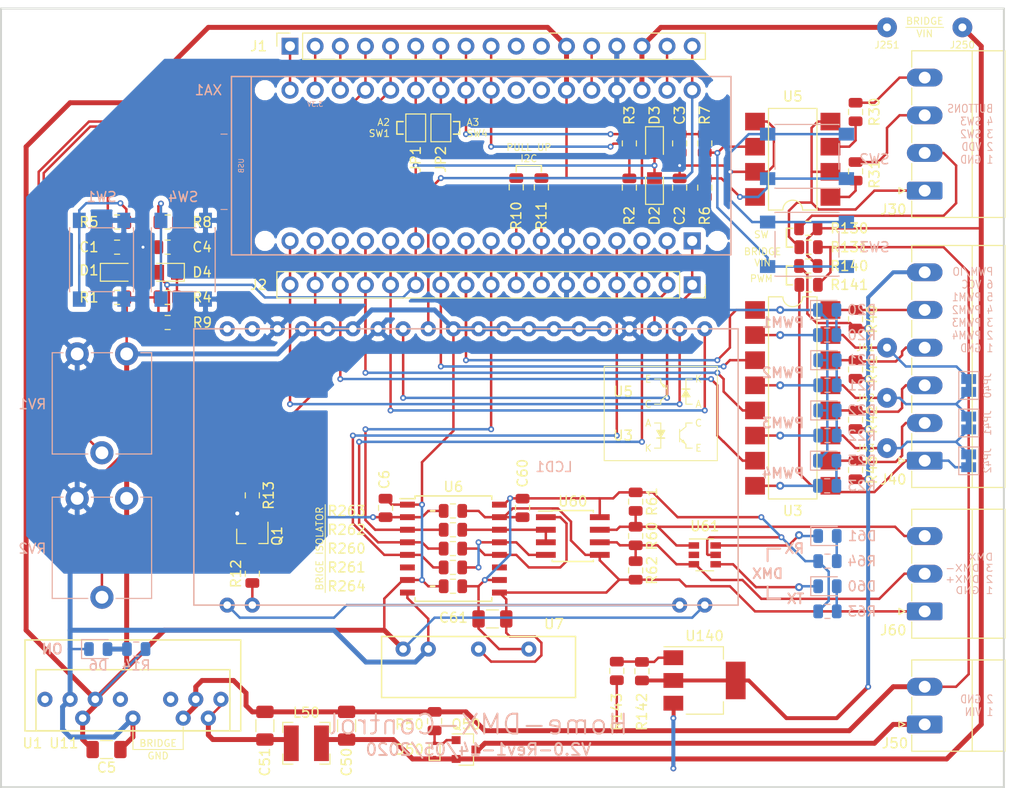
<source format=kicad_pcb>
(kicad_pcb (version 20171130) (host pcbnew 5.0.2+dfsg1-1)
  (layers (0 F.Cu signal) (31 B.Cu signal) (34 B.Paste user) (35 F.Paste user) (36 B.SilkS user) (37 F.SilkS user) (38 B.Mask user) (39 F.Mask user) (44 Edge.Cuts user))
  (net 0 "")
  (net 1 GND)
  (net 2 /INTERUPT)
  (net 3 VCC)
  (net 4 /SI)
  (net 5 /CS)
  (net 6 /RS)
  (net 7 /RESET)
  (net 8 "Net-(Q1-Pad1)")
  (net 9 /REDE)
  (net 10 "Net-(Q1-Pad3)")
  (net 11 "Net-(D20-Pad2)")
  (net 12 "Net-(D21-Pad2)")
  (net 13 "Net-(D22-Pad2)")
  (net 14 "Net-(D23-Pad2)")
  (net 15 /PWM1)
  (net 16 "Net-(R20-Pad2)")
  (net 17 "Net-(R21-Pad2)")
  (net 18 /PWM2)
  (net 19 /PWM3)
  (net 20 "Net-(R22-Pad2)")
  (net 21 "Net-(R23-Pad2)")
  (net 22 /PWM4)
  (net 23 "Net-(R30-Pad1)")
  (net 24 "Net-(R31-Pad1)")
  (net 25 "Net-(D6-Pad2)")
  (net 26 "Net-(LCD1-Pad19)")
  (net 27 "Net-(C51-Pad1)")
  (net 28 "Net-(D50-Pad2)")
  (net 29 "Net-(D60-Pad1)")
  (net 30 "Net-(D60-Pad2)")
  (net 31 "Net-(D61-Pad2)")
  (net 32 "Net-(D61-Pad1)")
  (net 33 "Net-(J50-Pad1)")
  (net 34 /SCK)
  (net 35 /POT1)
  (net 36 /VIN)
  (net 37 /3V3)
  (net 38 /SDA)
  (net 39 /SCL)
  (net 40 /D13)
  (net 41 /POT2)
  (net 42 /AREF)
  (net 43 /TX)
  (net 44 /RX)
  (net 45 /BLED)
  (net 46 /MISO)
  (net 47 /I_PWM4)
  (net 48 /I_PWM3)
  (net 49 /I_PWM2)
  (net 50 /I_PWM1)
  (net 51 /DMX+)
  (net 52 /DMX-)
  (net 53 /+XV)
  (net 54 /-XV)
  (net 55 /RST1)
  (net 56 /RST2)
  (net 57 "Net-(R142-Pad2)")
  (net 58 "Net-(C4-Pad1)")
  (net 59 "Net-(C1-Pad1)")
  (net 60 /SW2_UP)
  (net 61 /SW3_DOWN)
  (net 62 /SW1)
  (net 63 /SW2)
  (net 64 /SW3)
  (net 65 /SW4)
  (net 66 /A3_SW4)
  (net 67 /A2_SW1)
  (net 68 "Net-(R260-Pad1)")
  (net 69 "Net-(R261-Pad1)")
  (net 70 "Net-(R262-Pad1)")
  (net 71 "Net-(J41-Pad1)")
  (net 72 "Net-(J42-Pad1)")
  (net 73 "Net-(J43-Pad1)")
  (net 74 /I_SW3_DOWN)
  (net 75 /I_SW2_UP)
  (net 76 /60_GND)
  (net 77 /60_VCC)
  (net 78 /30_VCC)
  (net 79 /30_GND)
  (net 80 /40_VDD)
  (net 81 /40_GND)
  (net 82 "Net-(LCD1-Pad2)")
  (module Arduino:Arduino_Micro_Socket (layer B.Cu) (at 67.31 97.155)
    (fp_text reference XA1 (at -8.255 0) (layer B.SilkS) (effects (justify mirror)))
    (fp_text value Arduino_Micro_Socket)
    (fp_text user USB (at -4.936 7.637 -90) (layer B.SilkS) (effects (font (size 0.5 0.5) (thickness 0.075)) (justify mirror)))
    (fp_text user 3.3V (at 2.54 1.414) (layer B.SilkS) (effects (font (size 0.5 0.5) (thickness 0.075)) (justify mirror)))
    (pad MISO thru_hole oval (at 38.1 0) (size 1.7272 1.7272) (drill 1.016) (layers *.Cu *.Mask) (net 46 /MISO))
    (pad A5 thru_hole oval (at 20.32 0) (size 1.7272 1.7272) (drill 1.016) (layers *.Cu *.Mask) (net 60 /SW2_UP))
    (pad A4 thru_hole oval (at 17.78 0) (size 1.7272 1.7272) (drill 1.016) (layers *.Cu *.Mask) (net 61 /SW3_DOWN))
    (pad A3 thru_hole oval (at 15.24 0) (size 1.7272 1.7272) (drill 1.016) (layers *.Cu *.Mask) (net 66 /A3_SW4))
    (pad A2 thru_hole oval (at 12.7 0) (size 1.7272 1.7272) (drill 1.016) (layers *.Cu *.Mask) (net 67 /A2_SW1))
    (pad A1 thru_hole oval (at 10.16 0) (size 1.7272 1.7272) (drill 1.016) (layers *.Cu *.Mask) (net 41 /POT2))
    (pad "" thru_hole oval (at 25.4 0) (size 1.7272 1.7272) (drill 1.016) (layers *.Cu *.Mask))
    (pad D11 thru_hole oval (at 2.54 15.24) (size 1.7272 1.7272) (drill 1.016) (layers *.Cu *.Mask) (net 45 /BLED))
    (pad D12 thru_hole oval (at 0 15.24) (size 1.7272 1.7272) (drill 1.016) (layers *.Cu *.Mask) (net 6 /RS))
    (pad D13 thru_hole oval (at 0 0) (size 1.7272 1.7272) (drill 1.016) (layers *.Cu *.Mask) (net 40 /D13))
    (pad AREF thru_hole oval (at 5.08 0) (size 1.7272 1.7272) (drill 1.016) (layers *.Cu *.Mask) (net 42 /AREF))
    (pad "" np_thru_hole circle (at -2.54 0) (size 1.016 1.016) (drill 1.016) (layers *.Cu *.Mask))
    (pad D10 thru_hole oval (at 5.08 15.24) (size 1.7272 1.7272) (drill 1.016) (layers *.Cu *.Mask) (net 22 /PWM4))
    (pad D9 thru_hole oval (at 7.62 15.24) (size 1.7272 1.7272) (drill 1.016) (layers *.Cu *.Mask) (net 19 /PWM3))
    (pad D8 thru_hole oval (at 10.16 15.24) (size 1.7272 1.7272) (drill 1.016) (layers *.Cu *.Mask) (net 7 /RESET))
    (pad D7 thru_hole oval (at 12.7 15.24) (size 1.7272 1.7272) (drill 1.016) (layers *.Cu *.Mask) (net 2 /INTERUPT))
    (pad D6 thru_hole oval (at 15.24 15.24) (size 1.7272 1.7272) (drill 1.016) (layers *.Cu *.Mask) (net 18 /PWM2))
    (pad D5 thru_hole oval (at 17.78 15.24) (size 1.7272 1.7272) (drill 1.016) (layers *.Cu *.Mask) (net 15 /PWM1))
    (pad D4 thru_hole oval (at 20.32 15.24) (size 1.7272 1.7272) (drill 1.016) (layers *.Cu *.Mask) (net 9 /REDE))
    (pad D3 thru_hole oval (at 22.86 15.24) (size 1.7272 1.7272) (drill 1.016) (layers *.Cu *.Mask) (net 39 /SCL))
    (pad D2 thru_hole oval (at 25.4 15.24) (size 1.7272 1.7272) (drill 1.016) (layers *.Cu *.Mask) (net 38 /SDA))
    (pad D1 thru_hole oval (at 35.56 15.24) (size 1.7272 1.7272) (drill 1.016) (layers *.Cu *.Mask) (net 43 /TX))
    (pad D0 thru_hole oval (at 33.02 15.24) (size 1.7272 1.7272) (drill 1.016) (layers *.Cu *.Mask) (net 44 /RX))
    (pad SS thru_hole oval (at 38.1 15.24) (size 1.7272 1.7272) (drill 1.016) (layers *.Cu *.Mask) (net 5 /CS))
    (pad RST1 thru_hole oval (at 30.48 0) (size 1.7272 1.7272) (drill 1.016) (layers *.Cu *.Mask) (net 55 /RST1))
    (pad 3V3 thru_hole oval (at 2.54 0) (size 1.7272 1.7272) (drill 1.016) (layers *.Cu *.Mask) (net 37 /3V3))
    (pad 5V thru_hole oval (at 27.94 0) (size 1.7272 1.7272) (drill 1.016) (layers *.Cu *.Mask) (net 3 VCC))
    (pad GND1 thru_hole oval (at 33.02 0) (size 1.7272 1.7272) (drill 1.016) (layers *.Cu *.Mask) (net 1 GND))
    (pad GND2 thru_hole oval (at 27.94 15.24) (size 1.7272 1.7272) (drill 1.016) (layers *.Cu *.Mask) (net 1 GND))
    (pad VIN thru_hole oval (at 35.56 0) (size 1.7272 1.7272) (drill 1.016) (layers *.Cu *.Mask) (net 36 /VIN))
    (pad A0 thru_hole oval (at 7.62 0) (size 1.7272 1.7272) (drill 1.016) (layers *.Cu *.Mask) (net 35 /POT1))
    (pad SCK thru_hole oval (at 40.64 0) (size 1.7272 1.7272) (drill 1.016) (layers *.Cu *.Mask) (net 34 /SCK))
    (pad MOSI thru_hole rect (at 40.64 15.24) (size 1.7272 1.7272) (drill 1.016) (layers *.Cu *.Mask) (net 4 /SI))
    (pad RST2 thru_hole oval (at 30.48 15.24) (size 1.7272 1.7272) (drill 1.016) (layers *.Cu *.Mask) (net 56 /RST2))
    (pad "" thru_hole oval (at 22.86 0) (size 1.7272 1.7272) (drill 1.016) (layers *.Cu *.Mask))
    (pad "" np_thru_hole circle (at 43.18 0) (size 1.016 1.016) (drill 1.016) (layers *.Cu *.Mask))
    (pad "" np_thru_hole circle (at -2.54 15.24) (size 1.016 1.016) (drill 1.016) (layers *.Cu *.Mask))
    (pad "" np_thru_hole circle (at 43.18 15.24) (size 1.016 1.016) (drill 1.016) (layers *.Cu *.Mask))
  )
  (module Diode_SMD:D_MicroMELF (layer F.Cu) (at 104.14 102.55 270)
    (fp_text reference D3 (at -2.855 0 270) (layer F.SilkS))
    (fp_text value BAS85)
    (pad 2 smd rect (at 0.95 0 270) (size 1.2 1.5) (layers F.Cu F.Paste F.Mask) (net 2 /INTERUPT))
    (pad 1 smd rect (at -0.95 0 270) (size 1.2 1.5) (layers F.Cu F.Paste F.Mask) (net 61 /SW3_DOWN))
  )
  (module Connector_Phoenix_MC:PhoenixContact_MC_1,5_6-G-3.81_1x06_P3.81mm_Horizontal (layer F.Cu) (at 131.445 134.62 90)
    (fp_text reference J40 (at -1.905 -3.175 180) (layer F.SilkS))
    (fp_text value Conn_01x06)
    (pad 6 thru_hole oval (at 19.05 0 90) (size 1.8 3.6) (drill 1.2) (layers *.Cu *.Mask) (net 80 /40_VDD))
    (pad 5 thru_hole oval (at 15.24 0 90) (size 1.8 3.6) (drill 1.2) (layers *.Cu *.Mask) (net 50 /I_PWM1))
    (pad 4 thru_hole oval (at 11.43 0 90) (size 1.8 3.6) (drill 1.2) (layers *.Cu *.Mask) (net 49 /I_PWM2))
    (pad 3 thru_hole oval (at 7.62 0 90) (size 1.8 3.6) (drill 1.2) (layers *.Cu *.Mask) (net 48 /I_PWM3))
    (pad 2 thru_hole oval (at 3.81 0 90) (size 1.8 3.6) (drill 1.2) (layers *.Cu *.Mask) (net 47 /I_PWM4))
    (pad 1 thru_hole roundrect (at 0 0 90) (size 1.8 3.6) (drill 1.2) (layers *.Cu *.Mask) (roundrect_rratio 0.138889) (net 81 /40_GND))
  )
  (module Potentiometer_THT:Potentiometer_ACP_CA9-V10_Vertical (layer B.Cu) (at 50.8 123.825 270)
    (fp_text reference RV1 (at 5.08 9.525) (layer B.SilkS) (effects (justify mirror)))
    (fp_text value 10k)
    (pad 1 thru_hole circle (at 0 0 270) (size 2.34 2.34) (drill 1.3) (layers *.Cu *.Mask) (net 3 VCC))
    (pad 2 thru_hole circle (at 10 2.5 270) (size 2.34 2.34) (drill 1.3) (layers *.Cu *.Mask) (net 35 /POT1))
    (pad 3 thru_hole circle (at 0 5 270) (size 2.34 2.34) (drill 1.3) (layers *.Cu *.Mask) (net 1 GND))
  )
  (module Potentiometer_THT:Potentiometer_ACP_CA9-V10_Vertical (layer B.Cu) (at 50.8 138.43 270)
    (fp_text reference RV2 (at 5.08 9.525) (layer B.SilkS) (effects (justify mirror)))
    (fp_text value 10k)
    (pad 1 thru_hole circle (at 0 0 270) (size 2.34 2.34) (drill 1.3) (layers *.Cu *.Mask) (net 3 VCC))
    (pad 2 thru_hole circle (at 10 2.5 270) (size 2.34 2.34) (drill 1.3) (layers *.Cu *.Mask) (net 41 /POT2))
    (pad 3 thru_hole circle (at 0 5 270) (size 2.34 2.34) (drill 1.3) (layers *.Cu *.Mask) (net 1 GND))
  )
  (module MountingHole:MountingHole_3.2mm_M3_DIN965 (layer F.Cu) (at 120.65 93.98)
    (fp_text reference H1 hide)
    (fp_text value MountingHole)
    (pad 1 np_thru_hole circle (at 0 0) (size 3.2 3.2) (drill 3.2) (layers *.Cu *.Mask))
  )
  (module MountingHole:MountingHole_3.2mm_M3_DIN965 (layer F.Cu) (at 69.215 155.575)
    (fp_text reference H2 hide)
    (fp_text value MountingHole)
    (pad 1 np_thru_hole circle (at 0 0) (size 3.2 3.2) (drill 3.2) (layers *.Cu *.Mask))
  )
  (module MountingHole:MountingHole_3.2mm_M3_DIN965 (layer F.Cu) (at 120.65 156.21)
    (fp_text reference H3 hide)
    (fp_text value MountingHole)
    (pad 1 np_thru_hole circle (at 0 0) (size 3.2 3.2) (drill 3.2) (layers *.Cu *.Mask))
  )
  (module MountingHole:MountingHole_3.2mm_M3_DIN965 (layer F.Cu) (at 48.26 93.98)
    (fp_text reference H4 hide)
    (fp_text value MountingHole)
    (pad 1 np_thru_hole circle (at 0 0) (size 3.2 3.2) (drill 3.2) (layers *.Cu *.Mask))
  )
  (module LED_SMD:LED_0805_2012Metric (layer B.Cu) (at 121.5875 119.38)
    (fp_text reference D20 (at 3.5075 0) (layer B.SilkS) (effects (justify mirror)))
    (fp_text value "LG R971")
    (pad 2 smd roundrect (at 0.9375 0) (size 0.975 1.4) (layers B.Cu B.Paste B.Mask) (net 11 "Net-(D20-Pad2)"))
    (pad 1 smd roundrect (at -0.9375 0) (size 0.975 1.4) (layers B.Cu B.Paste B.Mask) (net 1 GND))
  )
  (module LED_SMD:LED_0805_2012Metric (layer B.Cu) (at 121.6175 124.46)
    (fp_text reference D21 (at 3.4775 0) (layer B.SilkS) (effects (justify mirror)))
    (fp_text value "LG R971")
    (pad 2 smd roundrect (at 0.9375 0) (size 0.975 1.4) (layers B.Cu B.Paste B.Mask) (net 12 "Net-(D21-Pad2)"))
    (pad 1 smd roundrect (at -0.9375 0) (size 0.975 1.4) (layers B.Cu B.Paste B.Mask) (net 1 GND))
  )
  (module LED_SMD:LED_0805_2012Metric (layer B.Cu) (at 121.6175 129.54)
    (fp_text reference D22 (at 3.4775 0) (layer B.SilkS) (effects (justify mirror)))
    (fp_text value "LG R971")
    (pad 2 smd roundrect (at 0.9375 0) (size 0.975 1.4) (layers B.Cu B.Paste B.Mask) (net 13 "Net-(D22-Pad2)"))
    (pad 1 smd roundrect (at -0.9375 0) (size 0.975 1.4) (layers B.Cu B.Paste B.Mask) (net 1 GND))
  )
  (module LED_SMD:LED_0805_2012Metric (layer B.Cu) (at 121.5875 134.62)
    (fp_text reference D23 (at 3.5075 0) (layer B.SilkS) (effects (justify mirror)))
    (fp_text value "LG R971")
    (pad 2 smd roundrect (at 0.9375 0) (size 0.975 1.4) (layers B.Cu B.Paste B.Mask) (net 14 "Net-(D23-Pad2)"))
    (pad 1 smd roundrect (at -0.9375 0) (size 0.975 1.4) (layers B.Cu B.Paste B.Mask) (net 1 GND))
  )
  (module Resistor_SMD:R_0805_2012Metric (layer B.Cu) (at 121.5875 121.92 180)
    (fp_text reference R20 (at -3.5075 0 180) (layer B.SilkS) (effects (justify mirror)))
    (fp_text value 300)
    (pad 2 smd roundrect (at 0.9375 0 180) (size 0.975 1.4) (layers B.Cu B.Paste B.Mask) (net 16 "Net-(R20-Pad2)"))
    (pad 1 smd roundrect (at -0.9375 0 180) (size 0.975 1.4) (layers B.Cu B.Paste B.Mask) (net 11 "Net-(D20-Pad2)"))
  )
  (module Resistor_SMD:R_0805_2012Metric (layer B.Cu) (at 121.6175 127 180)
    (fp_text reference R21 (at -3.4775 0 180) (layer B.SilkS) (effects (justify mirror)))
    (fp_text value 300)
    (pad 2 smd roundrect (at 0.9375 0 180) (size 0.975 1.4) (layers B.Cu B.Paste B.Mask) (net 17 "Net-(R21-Pad2)"))
    (pad 1 smd roundrect (at -0.9375 0 180) (size 0.975 1.4) (layers B.Cu B.Paste B.Mask) (net 12 "Net-(D21-Pad2)"))
  )
  (module Resistor_SMD:R_0805_2012Metric (layer B.Cu) (at 121.6175 132.08 180)
    (fp_text reference R22 (at -3.4775 0 180) (layer B.SilkS) (effects (justify mirror)))
    (fp_text value 300)
    (pad 2 smd roundrect (at 0.9375 0 180) (size 0.975 1.4) (layers B.Cu B.Paste B.Mask) (net 20 "Net-(R22-Pad2)"))
    (pad 1 smd roundrect (at -0.9375 0 180) (size 0.975 1.4) (layers B.Cu B.Paste B.Mask) (net 13 "Net-(D22-Pad2)"))
  )
  (module Resistor_SMD:R_0805_2012Metric (layer B.Cu) (at 121.5875 137.16 180)
    (fp_text reference R23 (at -3.5075 0 180) (layer B.SilkS) (effects (justify mirror)))
    (fp_text value 300)
    (pad 2 smd roundrect (at 0.9375 0 180) (size 0.975 1.4) (layers B.Cu B.Paste B.Mask) (net 21 "Net-(R23-Pad2)"))
    (pad 1 smd roundrect (at -0.9375 0 180) (size 0.975 1.4) (layers B.Cu B.Paste B.Mask) (net 14 "Net-(D23-Pad2)"))
  )
  (module Resistor_SMD:R_0805_2012Metric (layer F.Cu) (at 124.46 99.3625 90)
    (fp_text reference R30 (at 0 1.905 90) (layer F.SilkS))
    (fp_text value 560@12V)
    (pad 2 smd roundrect (at 0.9375 0 90) (size 0.975 1.4) (layers F.Cu F.Paste F.Mask) (net 74 /I_SW3_DOWN))
    (pad 1 smd roundrect (at -0.9375 0 90) (size 0.975 1.4) (layers F.Cu F.Paste F.Mask) (net 23 "Net-(R30-Pad1)"))
  )
  (module Resistor_SMD:R_0805_2012Metric (layer F.Cu) (at 124.46 105.3615 90)
    (fp_text reference R31 (at -0.3025 1.905 90) (layer F.SilkS))
    (fp_text value 560@12V)
    (pad 2 smd roundrect (at 0.9375 0 90) (size 0.975 1.4) (layers F.Cu F.Paste F.Mask) (net 75 /I_SW2_UP))
    (pad 1 smd roundrect (at -0.9375 0 90) (size 0.975 1.4) (layers F.Cu F.Paste F.Mask) (net 24 "Net-(R31-Pad1)"))
  )
  (module Package_DIP:SMDIP-16_W7.62mm (layer F.Cu) (at 118.11 128.27)
    (fp_text reference U3 (at 0 11.43) (layer F.SilkS))
    (fp_text value LTV-847S)
    (pad 16 smd rect (at 3.81 -8.89) (size 2 1.78) (layers F.Cu F.Paste F.Mask) (net 50 /I_PWM1))
    (pad 8 smd rect (at -3.81 8.89) (size 2 1.78) (layers F.Cu F.Paste F.Mask) (net 21 "Net-(R23-Pad2)"))
    (pad 15 smd rect (at 3.81 -6.35) (size 2 1.78) (layers F.Cu F.Paste F.Mask) (net 71 "Net-(J41-Pad1)"))
    (pad 7 smd rect (at -3.81 6.35) (size 2 1.78) (layers F.Cu F.Paste F.Mask) (net 22 /PWM4))
    (pad 14 smd rect (at 3.81 -3.81) (size 2 1.78) (layers F.Cu F.Paste F.Mask) (net 49 /I_PWM2))
    (pad 6 smd rect (at -3.81 3.81) (size 2 1.78) (layers F.Cu F.Paste F.Mask) (net 20 "Net-(R22-Pad2)"))
    (pad 13 smd rect (at 3.81 -1.27) (size 2 1.78) (layers F.Cu F.Paste F.Mask) (net 72 "Net-(J42-Pad1)"))
    (pad 5 smd rect (at -3.81 1.27) (size 2 1.78) (layers F.Cu F.Paste F.Mask) (net 19 /PWM3))
    (pad 12 smd rect (at 3.81 1.27) (size 2 1.78) (layers F.Cu F.Paste F.Mask) (net 48 /I_PWM3))
    (pad 4 smd rect (at -3.81 -1.27) (size 2 1.78) (layers F.Cu F.Paste F.Mask) (net 17 "Net-(R21-Pad2)"))
    (pad 11 smd rect (at 3.81 3.81) (size 2 1.78) (layers F.Cu F.Paste F.Mask) (net 73 "Net-(J43-Pad1)"))
    (pad 3 smd rect (at -3.81 -3.81) (size 2 1.78) (layers F.Cu F.Paste F.Mask) (net 18 /PWM2))
    (pad 10 smd rect (at 3.81 6.35) (size 2 1.78) (layers F.Cu F.Paste F.Mask) (net 47 /I_PWM4))
    (pad 2 smd rect (at -3.81 -6.35) (size 2 1.78) (layers F.Cu F.Paste F.Mask) (net 16 "Net-(R20-Pad2)"))
    (pad 9 smd rect (at 3.81 8.89) (size 2 1.78) (layers F.Cu F.Paste F.Mask) (net 81 /40_GND))
    (pad 1 smd rect (at -3.81 -8.89) (size 2 1.78) (layers F.Cu F.Paste F.Mask) (net 15 /PWM1))
  )
  (module Package_DIP:SMDIP-8_W7.62mm (layer F.Cu) (at 118.11 104.14 180)
    (fp_text reference U5 (at 0 6.35 180) (layer F.SilkS))
    (fp_text value LTV-827S)
    (pad 8 smd rect (at 3.81 -3.81 180) (size 2 1.78) (layers F.Cu F.Paste F.Mask) (net 63 /SW2))
    (pad 4 smd rect (at -3.81 3.81 180) (size 2 1.78) (layers F.Cu F.Paste F.Mask) (net 79 /30_GND))
    (pad 7 smd rect (at 3.81 -1.27 180) (size 2 1.78) (layers F.Cu F.Paste F.Mask) (net 1 GND))
    (pad 3 smd rect (at -3.81 1.27 180) (size 2 1.78) (layers F.Cu F.Paste F.Mask) (net 23 "Net-(R30-Pad1)"))
    (pad 6 smd rect (at 3.81 1.27 180) (size 2 1.78) (layers F.Cu F.Paste F.Mask) (net 64 /SW3))
    (pad 2 smd rect (at -3.81 -1.27 180) (size 2 1.78) (layers F.Cu F.Paste F.Mask) (net 79 /30_GND))
    (pad 5 smd rect (at 3.81 3.81 180) (size 2 1.78) (layers F.Cu F.Paste F.Mask) (net 1 GND))
    (pad 1 smd rect (at -3.81 -3.81 180) (size 2 1.78) (layers F.Cu F.Paste F.Mask) (net 24 "Net-(R31-Pad1)"))
  )
  (module Capacitor_SMD:C_1206_3216Metric (layer F.Cu) (at 73.025 161.42 90)
    (fp_text reference C50 (at -3.68 0 90) (layer F.SilkS))
    (fp_text value 4,7uF/50V)
    (pad 2 smd roundrect (at 1.4 0 90) (size 1.25 1.75) (layers F.Cu F.Paste F.Mask) (roundrect_rratio 0.2) (net 54 /-XV))
    (pad 1 smd roundrect (at -1.4 0 90) (size 1.25 1.75) (layers F.Cu F.Paste F.Mask) (roundrect_rratio 0.2) (net 53 /+XV))
  )
  (module Capacitor_SMD:C_1206_3216Metric (layer F.Cu) (at 64.77 161.42 90)
    (fp_text reference C51 (at -3.68 0 90) (layer F.SilkS))
    (fp_text value 2,2uF/50V)
    (pad 2 smd roundrect (at 1.4 0 90) (size 1.25 1.75) (layers F.Cu F.Paste F.Mask) (roundrect_rratio 0.2) (net 54 /-XV))
    (pad 1 smd roundrect (at -1.4 0 90) (size 1.25 1.75) (layers F.Cu F.Paste F.Mask) (roundrect_rratio 0.2) (net 27 "Net-(C51-Pad1)"))
  )
  (module LED_SMD:LED_0805_2012Metric (layer B.Cu) (at 121.6175 147.32)
    (fp_text reference D60 (at 3.4775 0) (layer B.SilkS) (effects (justify mirror)))
    (fp_text value "LG R971")
    (pad 2 smd roundrect (at 0.9375 0) (size 0.975 1.4) (layers B.Cu B.Paste B.Mask) (net 30 "Net-(D60-Pad2)"))
    (pad 1 smd roundrect (at -0.9375 0) (size 0.975 1.4) (layers B.Cu B.Paste B.Mask) (net 29 "Net-(D60-Pad1)"))
  )
  (module LED_SMD:LED_0805_2012Metric (layer B.Cu) (at 121.6175 142.24)
    (fp_text reference D61 (at 3.5075 0) (layer B.SilkS) (effects (justify mirror)))
    (fp_text value "LG R971")
    (pad 2 smd roundrect (at 0.9375 0) (size 0.975 1.4) (layers B.Cu B.Paste B.Mask) (net 31 "Net-(D61-Pad2)"))
    (pad 1 smd roundrect (at -0.9375 0) (size 0.975 1.4) (layers B.Cu B.Paste B.Mask) (net 32 "Net-(D61-Pad1)"))
  )
  (module Resistor_SMD:R_0805_2012Metric (layer F.Cu) (at 124.46 120.3175 270)
    (fp_text reference R40 (at 0 -1.65 270) (layer F.SilkS))
    (fp_text value 10k)
    (pad 2 smd roundrect (at 0.9375 0 270) (size 0.975 1.4) (layers F.Cu F.Paste F.Mask) (net 80 /40_VDD))
    (pad 1 smd roundrect (at -0.9375 0 270) (size 0.975 1.4) (layers F.Cu F.Paste F.Mask) (net 50 /I_PWM1))
  )
  (module Resistor_SMD:R_0805_2012Metric (layer F.Cu) (at 124.46 125.3975 270)
    (fp_text reference R41 (at 0 -1.65 270) (layer F.SilkS))
    (fp_text value 10k)
    (pad 2 smd roundrect (at 0.9375 0 270) (size 0.975 1.4) (layers F.Cu F.Paste F.Mask) (net 80 /40_VDD))
    (pad 1 smd roundrect (at -0.9375 0 270) (size 0.975 1.4) (layers F.Cu F.Paste F.Mask) (net 49 /I_PWM2))
  )
  (module Resistor_SMD:R_0805_2012Metric (layer F.Cu) (at 124.46 130.4775 270)
    (fp_text reference R42 (at 0 -1.65 270) (layer F.SilkS))
    (fp_text value 10k)
    (pad 2 smd roundrect (at 0.9375 0 270) (size 0.975 1.4) (layers F.Cu F.Paste F.Mask) (net 80 /40_VDD))
    (pad 1 smd roundrect (at -0.9375 0 270) (size 0.975 1.4) (layers F.Cu F.Paste F.Mask) (net 48 /I_PWM3))
  )
  (module Resistor_SMD:R_0805_2012Metric (layer F.Cu) (at 124.46 135.5575 270)
    (fp_text reference R43 (at 0 -1.65 270) (layer F.SilkS))
    (fp_text value 10k)
    (pad 2 smd roundrect (at 0.9375 0 270) (size 0.975 1.4) (layers F.Cu F.Paste F.Mask) (net 80 /40_VDD))
    (pad 1 smd roundrect (at -0.9375 0 270) (size 0.975 1.4) (layers F.Cu F.Paste F.Mask) (net 47 /I_PWM4))
  )
  (module Resistor_SMD:R_0805_2012Metric (layer F.Cu) (at 102.235 142.24 270)
    (fp_text reference R60 (at 0 -1.65 270) (layer F.SilkS))
    (fp_text value 120)
    (pad 2 smd roundrect (at 0.9375 0 270) (size 0.975 1.4) (layers F.Cu F.Paste F.Mask) (net 51 /DMX+))
    (pad 1 smd roundrect (at -0.9375 0 270) (size 0.975 1.4) (layers F.Cu F.Paste F.Mask) (net 52 /DMX-))
  )
  (module Resistor_SMD:R_0805_2012Metric (layer F.Cu) (at 102.235 138.7625 270)
    (fp_text reference R61 (at 0 -1.65 270) (layer F.SilkS))
    (fp_text value 560)
    (pad 2 smd roundrect (at 0.9375 0 270) (size 0.975 1.4) (layers F.Cu F.Paste F.Mask) (net 52 /DMX-))
    (pad 1 smd roundrect (at -0.9375 0 270) (size 0.975 1.4) (layers F.Cu F.Paste F.Mask) (net 77 /60_VCC))
  )
  (module Resistor_SMD:R_0805_2012Metric (layer F.Cu) (at 102.235 145.7175 270)
    (fp_text reference R62 (at 0 -1.65 270) (layer F.SilkS))
    (fp_text value 560)
    (pad 2 smd roundrect (at 0.9375 0 270) (size 0.975 1.4) (layers F.Cu F.Paste F.Mask) (net 76 /60_GND))
    (pad 1 smd roundrect (at -0.9375 0 270) (size 0.975 1.4) (layers F.Cu F.Paste F.Mask) (net 51 /DMX+))
  )
  (module Resistor_SMD:R_0805_2012Metric (layer B.Cu) (at 121.6175 149.86)
    (fp_text reference R63 (at 3.4775 0) (layer B.SilkS) (effects (justify mirror)))
    (fp_text value 300)
    (pad 2 smd roundrect (at 0.9375 0) (size 0.975 1.4) (layers B.Cu B.Paste B.Mask) (net 30 "Net-(D60-Pad2)"))
    (pad 1 smd roundrect (at -0.9375 0) (size 0.975 1.4) (layers B.Cu B.Paste B.Mask) (net 77 /60_VCC))
  )
  (module Resistor_SMD:R_0805_2012Metric (layer B.Cu) (at 121.6175 144.78)
    (fp_text reference R64 (at 3.4775 0) (layer B.SilkS) (effects (justify mirror)))
    (fp_text value 300)
    (pad 2 smd roundrect (at 0.9375 0) (size 0.975 1.4) (layers B.Cu B.Paste B.Mask) (net 31 "Net-(D61-Pad2)"))
    (pad 1 smd roundrect (at -0.9375 0) (size 0.975 1.4) (layers B.Cu B.Paste B.Mask) (net 77 /60_VCC))
  )
  (module Package_SO:PowerIntegrations_SO-8 (layer F.Cu) (at 95.885 142.24)
    (fp_text reference U60 (at 0 -3.5) (layer F.SilkS))
    (fp_text value MAX481E)
    (pad 8 smd rect (at 2.725 -1.905) (size 2 0.6) (layers F.Cu F.Paste F.Mask) (net 77 /60_VCC))
    (pad 7 smd rect (at 2.725 -0.635) (size 2 0.6) (layers F.Cu F.Paste F.Mask) (net 52 /DMX-))
    (pad 6 smd rect (at 2.725 0.635) (size 2 0.6) (layers F.Cu F.Paste F.Mask) (net 51 /DMX+))
    (pad 5 smd rect (at 2.725 1.905) (size 2 0.6) (layers F.Cu F.Paste F.Mask) (net 76 /60_GND))
    (pad 4 smd rect (at -2.725 1.905) (size 2 0.6) (layers F.Cu F.Paste F.Mask) (net 69 "Net-(R261-Pad1)"))
    (pad 3 smd rect (at -2.725 0.635) (size 2 0.6) (layers F.Cu F.Paste F.Mask) (net 70 "Net-(R262-Pad1)"))
    (pad 2 smd rect (at -2.725 -0.635) (size 2 0.6) (layers F.Cu F.Paste F.Mask) (net 70 "Net-(R262-Pad1)"))
    (pad 1 smd rect (at -2.725 -1.905) (size 2 0.6) (layers F.Cu F.Paste F.Mask) (net 68 "Net-(R260-Pad1)"))
  )
  (module Package_TO_SOT_SMD:SOT-23-6 (layer F.Cu) (at 109.22 144.145)
    (fp_text reference U61 (at 0 -2.9) (layer F.SilkS))
    (fp_text value 74LVC2G34)
    (pad 5 smd rect (at 1.1 0) (size 1.06 0.65) (layers F.Cu F.Paste F.Mask) (net 77 /60_VCC))
    (pad 6 smd rect (at 1.1 -0.95) (size 1.06 0.65) (layers F.Cu F.Paste F.Mask) (net 32 "Net-(D61-Pad1)"))
    (pad 4 smd rect (at 1.1 0.95) (size 1.06 0.65) (layers F.Cu F.Paste F.Mask) (net 29 "Net-(D60-Pad1)"))
    (pad 3 smd rect (at -1.1 0.95) (size 1.06 0.65) (layers F.Cu F.Paste F.Mask) (net 51 /DMX+))
    (pad 2 smd rect (at -1.1 0) (size 1.06 0.65) (layers F.Cu F.Paste F.Mask) (net 76 /60_GND))
    (pad 1 smd rect (at -1.1 -0.95) (size 1.06 0.65) (layers F.Cu F.Paste F.Mask) (net 52 /DMX-))
  )
  (module Inductor_SMD:L_Bourns-SRN4018 (layer F.Cu) (at 68.96 163.195 180)
    (fp_text reference L50 (at 0 3.1 180) (layer F.SilkS))
    (fp_text value 4,7uH/1.15A)
    (pad 2 smd rect (at 1.525 0 180) (size 1.5 3.6) (layers F.Cu F.Paste F.Mask) (net 27 "Net-(C51-Pad1)"))
    (pad 1 smd rect (at -1.525 0 180) (size 1.5 3.6) (layers F.Cu F.Paste F.Mask) (net 53 /+XV))
  )
  (module Package_SO:SOIC-16W_7.5x10.3mm_P1.27mm (layer F.Cu) (at 83.82 143.51)
    (fp_text reference U6 (at 0 -6.25) (layer F.SilkS))
    (fp_text value ADUM1301)
    (pad 16 smd rect (at 4.65 -4.445) (size 1.5 0.6) (layers F.Cu F.Paste F.Mask) (net 77 /60_VCC))
    (pad 15 smd rect (at 4.65 -3.175) (size 1.5 0.6) (layers F.Cu F.Paste F.Mask) (net 76 /60_GND))
    (pad 14 smd rect (at 4.65 -1.905) (size 1.5 0.6) (layers F.Cu F.Paste F.Mask) (net 70 "Net-(R262-Pad1)"))
    (pad 13 smd rect (at 4.65 -0.635) (size 1.5 0.6) (layers F.Cu F.Paste F.Mask) (net 69 "Net-(R261-Pad1)"))
    (pad 12 smd rect (at 4.65 0.635) (size 1.5 0.6) (layers F.Cu F.Paste F.Mask) (net 68 "Net-(R260-Pad1)"))
    (pad 11 smd rect (at 4.65 1.905) (size 1.5 0.6) (layers F.Cu F.Paste F.Mask))
    (pad 10 smd rect (at 4.65 3.175) (size 1.5 0.6) (layers F.Cu F.Paste F.Mask) (net 77 /60_VCC))
    (pad 9 smd rect (at 4.65 4.445) (size 1.5 0.6) (layers F.Cu F.Paste F.Mask) (net 76 /60_GND))
    (pad 8 smd rect (at -4.65 4.445) (size 1.5 0.6) (layers F.Cu F.Paste F.Mask) (net 1 GND))
    (pad 7 smd rect (at -4.65 3.175) (size 1.5 0.6) (layers F.Cu F.Paste F.Mask) (net 3 VCC))
    (pad 6 smd rect (at -4.65 1.905) (size 1.5 0.6) (layers F.Cu F.Paste F.Mask))
    (pad 5 smd rect (at -4.65 0.635) (size 1.5 0.6) (layers F.Cu F.Paste F.Mask) (net 44 /RX))
    (pad 4 smd rect (at -4.65 -0.635) (size 1.5 0.6) (layers F.Cu F.Paste F.Mask) (net 43 /TX))
    (pad 3 smd rect (at -4.65 -1.905) (size 1.5 0.6) (layers F.Cu F.Paste F.Mask) (net 9 /REDE))
    (pad 2 smd rect (at -4.65 -3.175) (size 1.5 0.6) (layers F.Cu F.Paste F.Mask) (net 1 GND))
    (pad 1 smd rect (at -4.65 -4.445) (size 1.5 0.6) (layers F.Cu F.Paste F.Mask) (net 3 VCC))
  )
  (module Capacitor_SMD:C_1206_3216Metric (layer F.Cu) (at 87.76 150.622 180)
    (fp_text reference C61 (at 3.94 0.127 180) (layer F.SilkS))
    (fp_text value 10uF)
    (pad 2 smd roundrect (at 1.4 0 180) (size 1.25 1.75) (layers F.Cu F.Paste F.Mask) (roundrect_rratio 0.2) (net 77 /60_VCC))
    (pad 1 smd roundrect (at -1.4 0 180) (size 1.25 1.75) (layers F.Cu F.Paste F.Mask) (roundrect_rratio 0.2) (net 76 /60_GND))
  )
  (module Connector_Phoenix_MC:PhoenixContact_MC_1,5_4-G-3.81_1x04_P3.81mm_Horizontal (layer F.Cu) (at 131.445 107.315 90)
    (fp_text reference J30 (at -1.905 -3.175 180) (layer F.SilkS))
    (fp_text value Conn_01x04)
    (pad 4 thru_hole oval (at 11.43 0 90) (size 1.8 3.6) (drill 1.2) (layers *.Cu *.Mask) (net 74 /I_SW3_DOWN))
    (pad 3 thru_hole oval (at 7.62 0 90) (size 1.8 3.6) (drill 1.2) (layers *.Cu *.Mask) (net 75 /I_SW2_UP))
    (pad 2 thru_hole oval (at 3.81 0 90) (size 1.8 3.6) (drill 1.2) (layers *.Cu *.Mask) (net 78 /30_VCC))
    (pad 1 thru_hole roundrect (at 0 0 90) (size 1.8 3.6) (drill 1.2) (layers *.Cu *.Mask) (roundrect_rratio 0.138889) (net 79 /30_GND))
  )
  (module Connector_Phoenix_MC:PhoenixContact_MC_1,5_2-G-3.81_1x02_P3.81mm_Horizontal (layer F.Cu) (at 131.445 161.29 90)
    (fp_text reference J50 (at -1.905 -3 180) (layer F.SilkS))
    (fp_text value Conn_01x02)
    (pad 2 thru_hole oval (at 3.81 0 90) (size 1.8 3.6) (drill 1.2) (layers *.Cu *.Mask) (net 54 /-XV))
    (pad 1 thru_hole roundrect (at 0 0 90) (size 1.8 3.6) (drill 1.2) (layers *.Cu *.Mask) (roundrect_rratio 0.138889) (net 33 "Net-(J50-Pad1)"))
  )
  (module Connector_Phoenix_MC:PhoenixContact_MC_1,5_3-G-3.81_1x03_P3.81mm_Horizontal (layer F.Cu) (at 131.445 149.86 90)
    (fp_text reference J60 (at -1.905 -3.175 180) (layer F.SilkS))
    (fp_text value Conn_01x03)
    (pad 3 thru_hole oval (at 7.62 0 90) (size 1.8 3.6) (drill 1.2) (layers *.Cu *.Mask) (net 52 /DMX-))
    (pad 2 thru_hole oval (at 3.81 0 90) (size 1.8 3.6) (drill 1.2) (layers *.Cu *.Mask) (net 51 /DMX+))
    (pad 1 thru_hole roundrect (at 0 0 90) (size 1.8 3.6) (drill 1.2) (layers *.Cu *.Mask) (roundrect_rratio 0.138889) (net 76 /60_GND))
  )
  (module my_lib:SIP8-1-2-3-5-6-7-8 (layer F.Cu) (at 60.325 158.75 180)
    (fp_text reference U1 (at 19.05 -4.445 180) (layer F.SilkS))
    (fp_text value "DCDC-SIP8-1-2-(3)-6-7")
    (pad 8 thru_hole circle (at 17.78 0 180) (size 1.524 1.524) (drill 0.762) (layers *.Cu *.Mask))
    (pad 7 thru_hole circle (at 15.24 0 180) (size 1.524 1.524) (drill 0.762) (layers *.Cu *.Mask) (net 1 GND))
    (pad 6 thru_hole circle (at 12.7 0 180) (size 1.524 1.524) (drill 0.762) (layers *.Cu *.Mask) (net 3 VCC))
    (pad 5 thru_hole circle (at 10.16 0 180) (size 1.524 1.524) (drill 0.762) (layers *.Cu *.Mask))
    (pad 3 thru_hole circle (at 5.08 0 180) (size 1.524 1.524) (drill 0.762) (layers *.Cu *.Mask))
    (pad 2 thru_hole circle (at 2.54 0 180) (size 1.524 1.524) (drill 0.762) (layers *.Cu *.Mask) (net 54 /-XV))
    (pad 1 thru_hole circle (at 0 0 180) (size 1.524 1.524) (drill 0.762) (layers *.Cu *.Mask) (net 27 "Net-(C51-Pad1)"))
  )
  (module my_lib:SIP7-1-2-4-6 (layer F.Cu) (at 86.36 153.67)
    (fp_text reference U7 (at 7.62 -2.54) (layer F.SilkS))
    (fp_text value REE-0505S/1S7E_0505S1.5UP)
    (pad 6 thru_hole circle (at 5.08 0) (size 1.524 1.524) (drill 0.762) (layers *.Cu *.Mask) (net 77 /60_VCC))
    (pad 4 thru_hole circle (at 0 0) (size 1.524 1.524) (drill 0.762) (layers *.Cu *.Mask) (net 76 /60_GND))
    (pad 2 thru_hole circle (at -5.08 0) (size 1.524 1.524) (drill 0.762) (layers *.Cu *.Mask) (net 1 GND))
    (pad 1 thru_hole circle (at -7.62 0) (size 1.524 1.524) (drill 0.762) (layers *.Cu *.Mask) (net 3 VCC))
  )
  (module my_lib:SIP7-1-2-4-6 (layer F.Cu) (at 51.435 160.655 180)
    (fp_text reference U11 (at 6.985 -2.54 180) (layer F.SilkS))
    (fp_text value DCDC-SIP7-1-2-4-6)
    (pad 6 thru_hole circle (at 5.08 0 180) (size 1.524 1.524) (drill 0.762) (layers *.Cu *.Mask) (net 3 VCC))
    (pad 4 thru_hole circle (at 0 0 180) (size 1.524 1.524) (drill 0.762) (layers *.Cu *.Mask) (net 1 GND))
    (pad 2 thru_hole circle (at -5.08 0 180) (size 1.524 1.524) (drill 0.762) (layers *.Cu *.Mask) (net 54 /-XV))
    (pad 1 thru_hole circle (at -7.62 0 180) (size 1.524 1.524) (drill 0.762) (layers *.Cu *.Mask) (net 27 "Net-(C51-Pad1)"))
  )
  (module Capacitor_SMD:C_0805_2012Metric (layer F.Cu) (at 76.962 139.3975 90)
    (fp_text reference C6 (at 2.8725 -0.127 90) (layer F.SilkS))
    (fp_text value 0,1uF)
    (pad 2 smd roundrect (at 0.9375 0 90) (size 0.975 1.4) (layers F.Cu F.Paste F.Mask) (net 3 VCC))
    (pad 1 smd roundrect (at -0.9375 0 90) (size 0.975 1.4) (layers F.Cu F.Paste F.Mask) (net 1 GND))
  )
  (module LED_SMD:LED_0805_2012Metric (layer B.Cu) (at 47.9275 153.67)
    (fp_text reference D6 (at 0 1.65) (layer B.SilkS) (effects (justify mirror)))
    (fp_text value "LH R974")
    (pad 2 smd roundrect (at 0.9375 0) (size 0.975 1.4) (layers B.Cu B.Paste B.Mask) (net 25 "Net-(D6-Pad2)"))
    (pad 1 smd roundrect (at -0.9375 0) (size 0.975 1.4) (layers B.Cu B.Paste B.Mask) (net 1 GND))
  )
  (module Package_TO_SOT_SMD:SOT-23 (layer F.Cu) (at 63.5 142.24 270)
    (fp_text reference Q1 (at 0 -2.5 270) (layer F.SilkS))
    (fp_text value BSR14)
    (pad 3 smd rect (at 1 0 270) (size 0.9 0.8) (layers F.Cu F.Paste F.Mask) (net 10 "Net-(Q1-Pad3)"))
    (pad 2 smd rect (at -1 0.95 270) (size 0.9 0.8) (layers F.Cu F.Paste F.Mask) (net 1 GND))
    (pad 1 smd rect (at -1 -0.95 270) (size 0.9 0.8) (layers F.Cu F.Paste F.Mask) (net 8 "Net-(Q1-Pad1)"))
  )
  (module Resistor_SMD:R_0805_2012Metric (layer F.Cu) (at 49.8325 118.11 180)
    (fp_text reference R1 (at 2.8425 0 180) (layer F.SilkS))
    (fp_text value 10k)
    (pad 2 smd roundrect (at 0.9375 0 180) (size 0.975 1.4) (layers F.Cu F.Paste F.Mask) (net 59 "Net-(C1-Pad1)"))
    (pad 1 smd roundrect (at -0.9375 0 180) (size 0.975 1.4) (layers F.Cu F.Paste F.Mask) (net 3 VCC))
  )
  (module Resistor_SMD:R_0805_2012Metric (layer F.Cu) (at 101.6 107.0125 270)
    (fp_text reference R2 (at 2.8425 0 270) (layer F.SilkS))
    (fp_text value 10k)
    (pad 2 smd roundrect (at 0.9375 0 270) (size 0.975 1.4) (layers F.Cu F.Paste F.Mask) (net 60 /SW2_UP))
    (pad 1 smd roundrect (at -0.9375 0 270) (size 0.975 1.4) (layers F.Cu F.Paste F.Mask) (net 3 VCC))
  )
  (module Capacitor_SMD:C_0805_2012Metric (layer F.Cu) (at 90.805 139.3975 270)
    (fp_text reference C60 (at -3.5075 0 270) (layer F.SilkS))
    (fp_text value 0,1uF)
    (pad 2 smd roundrect (at 0.9375 0 270) (size 0.975 1.4) (layers F.Cu F.Paste F.Mask) (net 76 /60_GND))
    (pad 1 smd roundrect (at -0.9375 0 270) (size 0.975 1.4) (layers F.Cu F.Paste F.Mask) (net 77 /60_VCC))
  )
  (module Package_TO_SOT_SMD:SOT-23 (layer F.Cu) (at 85.09 163.83)
    (fp_text reference Q50 (at 0 -2.54) (layer F.SilkS))
    (fp_text value IRLML5203)
    (pad 3 smd rect (at 1 0) (size 0.9 0.8) (layers F.Cu F.Paste F.Mask) (net 33 "Net-(J50-Pad1)"))
    (pad 2 smd rect (at -1 0.95) (size 0.9 0.8) (layers F.Cu F.Paste F.Mask) (net 53 /+XV))
    (pad 1 smd rect (at -1 -0.95) (size 0.9 0.8) (layers F.Cu F.Paste F.Mask) (net 28 "Net-(D50-Pad2)"))
  )
  (module Resistor_SMD:R_0805_2012Metric (layer F.Cu) (at 81.915 160.9575 90)
    (fp_text reference R50 (at -0.3325 -2.54 180) (layer F.SilkS))
    (fp_text value 100k)
    (pad 2 smd roundrect (at 0.9375 0 90) (size 0.975 1.4) (layers F.Cu F.Paste F.Mask) (net 54 /-XV))
    (pad 1 smd roundrect (at -0.9375 0 90) (size 0.975 1.4) (layers F.Cu F.Paste F.Mask) (net 28 "Net-(D50-Pad2)"))
  )
  (module Diode_SMD:D_SC-80 (layer F.Cu) (at 81.915 163.92 90)
    (fp_text reference D50 (at 0.09 -2.54 180) (layer F.SilkS))
    (fp_text value TZM15)
    (pad 1 smd rect (at -0.725 0 90) (size 0.35 0.35) (layers F.Cu F.Paste F.Mask) (net 53 /+XV))
    (pad 2 smd rect (at 0.725 0 90) (size 0.35 0.35) (layers F.Cu F.Paste F.Mask) (net 28 "Net-(D50-Pad2)"))
  )
  (module Button_Switch_SMD:SW_SPST_PTS645 (layer B.Cu) (at 119.55 103.85)
    (fp_text reference SW2 (at 6.815 0.29) (layer B.SilkS) (effects (justify mirror)))
    (fp_text value SW_Push)
    (pad 2 smd rect (at 3.98 -2.25) (size 1.55 1.3) (layers B.Cu B.Paste B.Mask) (net 1 GND))
    (pad 1 smd rect (at 3.98 2.25) (size 1.55 1.3) (layers B.Cu B.Paste B.Mask) (net 63 /SW2))
    (pad 1 smd rect (at -3.98 2.25) (size 1.55 1.3) (layers B.Cu B.Paste B.Mask) (net 63 /SW2))
    (pad 2 smd rect (at -3.98 -2.25) (size 1.55 1.3) (layers B.Cu B.Paste B.Mask) (net 1 GND))
  )
  (module Button_Switch_SMD:SW_SPST_PTS645 (layer B.Cu) (at 119.55 112.74)
    (fp_text reference SW3 (at 6.815 0.29) (layer B.SilkS) (effects (justify mirror)))
    (fp_text value SW_Push)
    (pad 2 smd rect (at 3.98 -2.25) (size 1.55 1.3) (layers B.Cu B.Paste B.Mask) (net 1 GND))
    (pad 1 smd rect (at 3.98 2.25) (size 1.55 1.3) (layers B.Cu B.Paste B.Mask) (net 64 /SW3))
    (pad 1 smd rect (at -3.98 2.25) (size 1.55 1.3) (layers B.Cu B.Paste B.Mask) (net 64 /SW3))
    (pad 2 smd rect (at -3.98 -2.25) (size 1.55 1.3) (layers B.Cu B.Paste B.Mask) (net 1 GND))
  )
  (module Capacitor_SMD:C_0805_2012Metric (layer F.Cu) (at 49.8325 113.03)
    (fp_text reference C1 (at -2.8425 0) (layer F.SilkS))
    (fp_text value 1u)
    (pad 2 smd roundrect (at 0.9375 0) (size 0.975 1.4) (layers F.Cu F.Paste F.Mask) (net 1 GND))
    (pad 1 smd roundrect (at -0.9375 0) (size 0.975 1.4) (layers F.Cu F.Paste F.Mask) (net 59 "Net-(C1-Pad1)"))
  )
  (module Capacitor_SMD:C_0805_2012Metric (layer F.Cu) (at 106.68 107.0125 90)
    (fp_text reference C2 (at -2.8425 0 90) (layer F.SilkS))
    (fp_text value 1u)
    (pad 2 smd roundrect (at 0.9375 0 90) (size 0.975 1.4) (layers F.Cu F.Paste F.Mask) (net 1 GND))
    (pad 1 smd roundrect (at -0.9375 0 90) (size 0.975 1.4) (layers F.Cu F.Paste F.Mask) (net 60 /SW2_UP))
  )
  (module Capacitor_SMD:C_0805_2012Metric (layer F.Cu) (at 106.68 102.5375 270)
    (fp_text reference C3 (at -2.8425 0 270) (layer F.SilkS))
    (fp_text value 1u)
    (pad 2 smd roundrect (at 0.9375 0 270) (size 0.975 1.4) (layers F.Cu F.Paste F.Mask) (net 1 GND))
    (pad 1 smd roundrect (at -0.9375 0 270) (size 0.975 1.4) (layers F.Cu F.Paste F.Mask) (net 61 /SW3_DOWN))
  )
  (module Diode_SMD:D_MicroMELF (layer F.Cu) (at 104.14 107 90)
    (fp_text reference D2 (at -2.855 0 90) (layer F.SilkS))
    (fp_text value BAS85)
    (pad 2 smd rect (at 0.95 0 90) (size 1.2 1.5) (layers F.Cu F.Paste F.Mask) (net 2 /INTERUPT))
    (pad 1 smd rect (at -0.95 0 90) (size 1.2 1.5) (layers F.Cu F.Paste F.Mask) (net 60 /SW2_UP))
  )
  (module Resistor_SMD:R_0805_2012Metric (layer F.Cu) (at 101.6 102.5375 90)
    (fp_text reference R3 (at 2.8425 0 90) (layer F.SilkS))
    (fp_text value 10k)
    (pad 2 smd roundrect (at 0.9375 0 90) (size 0.975 1.4) (layers F.Cu F.Paste F.Mask) (net 61 /SW3_DOWN))
    (pad 1 smd roundrect (at -0.9375 0 90) (size 0.975 1.4) (layers F.Cu F.Paste F.Mask) (net 3 VCC))
  )
  (module Resistor_SMD:R_0805_2012Metric (layer F.Cu) (at 54.943833 118.108667)
    (fp_text reference R4 (at 3.478833 0) (layer F.SilkS))
    (fp_text value 10k)
    (pad 2 smd roundrect (at 0.9375 0) (size 0.975 1.4) (layers F.Cu F.Paste F.Mask) (net 58 "Net-(C4-Pad1)"))
    (pad 1 smd roundrect (at -0.9375 0) (size 0.975 1.4) (layers F.Cu F.Paste F.Mask) (net 3 VCC))
  )
  (module Resistor_SMD:R_0805_2012Metric (layer F.Cu) (at 49.8325 110.49)
    (fp_text reference R5 (at -2.8425 0) (layer F.SilkS))
    (fp_text value 1,0k)
    (pad 2 smd roundrect (at 0.9375 0) (size 0.975 1.4) (layers F.Cu F.Paste F.Mask) (net 62 /SW1))
    (pad 1 smd roundrect (at -0.9375 0) (size 0.975 1.4) (layers F.Cu F.Paste F.Mask) (net 59 "Net-(C1-Pad1)"))
  )
  (module Resistor_SMD:R_0805_2012Metric (layer F.Cu) (at 109.22 107.0125 90)
    (fp_text reference R6 (at -2.8425 0 90) (layer F.SilkS))
    (fp_text value 1,0k)
    (pad 2 smd roundrect (at 0.9375 0 90) (size 0.975 1.4) (layers F.Cu F.Paste F.Mask) (net 63 /SW2))
    (pad 1 smd roundrect (at -0.9375 0 90) (size 0.975 1.4) (layers F.Cu F.Paste F.Mask) (net 60 /SW2_UP))
  )
  (module Resistor_SMD:R_0805_2012Metric (layer F.Cu) (at 109.22 102.5375 270)
    (fp_text reference R7 (at -2.8425 0 270) (layer F.SilkS))
    (fp_text value 1,0k)
    (pad 2 smd roundrect (at 0.9375 0 270) (size 0.975 1.4) (layers F.Cu F.Paste F.Mask) (net 64 /SW3))
    (pad 1 smd roundrect (at -0.9375 0 270) (size 0.975 1.4) (layers F.Cu F.Paste F.Mask) (net 61 /SW3_DOWN))
  )
  (module Resistor_SMD:R_0805_2012Metric (layer F.Cu) (at 54.9425 110.49 180)
    (fp_text reference R8 (at -3.478833 0 180) (layer F.SilkS))
    (fp_text value 1,0k)
    (pad 2 smd roundrect (at 0.9375 0 180) (size 0.975 1.4) (layers F.Cu F.Paste F.Mask) (net 65 /SW4))
    (pad 1 smd roundrect (at -0.9375 0 180) (size 0.975 1.4) (layers F.Cu F.Paste F.Mask) (net 58 "Net-(C4-Pad1)"))
  )
  (module Resistor_SMD:R_0805_2012Metric (layer F.Cu) (at 90.17 106.9825 90)
    (fp_text reference R10 (at -2.8725 0 90) (layer F.SilkS))
    (fp_text value 5-10k)
    (pad 2 smd roundrect (at 0.9375 0 90) (size 0.975 1.4) (layers F.Cu F.Paste F.Mask) (net 3 VCC))
    (pad 1 smd roundrect (at -0.9375 0 90) (size 0.975 1.4) (layers F.Cu F.Paste F.Mask) (net 39 /SCL))
  )
  (module Resistor_SMD:R_0805_2012Metric (layer F.Cu) (at 92.71 106.9825 90)
    (fp_text reference R11 (at -2.8725 0 90) (layer F.SilkS))
    (fp_text value 5-10k)
    (pad 2 smd roundrect (at 0.9375 0 90) (size 0.975 1.4) (layers F.Cu F.Paste F.Mask) (net 3 VCC))
    (pad 1 smd roundrect (at -0.9375 0 90) (size 0.975 1.4) (layers F.Cu F.Paste F.Mask) (net 38 /SDA))
  )
  (module Connector_PinSocket_2.54mm:PinSocket_1x17_P2.54mm_Vertical (layer F.Cu) (at 67.31 92.71 90)
    (fp_text reference J1 (at 0 -3.175 180) (layer F.SilkS))
    (fp_text value Conn_01x17)
    (pad 17 thru_hole oval (at 0 40.64 90) (size 1.7 1.7) (drill 1) (layers *.Cu *.Mask) (net 34 /SCK))
    (pad 16 thru_hole oval (at 0 38.1 90) (size 1.7 1.7) (drill 1) (layers *.Cu *.Mask) (net 46 /MISO))
    (pad 15 thru_hole oval (at 0 35.56 90) (size 1.7 1.7) (drill 1) (layers *.Cu *.Mask) (net 36 /VIN))
    (pad 14 thru_hole oval (at 0 33.02 90) (size 1.7 1.7) (drill 1) (layers *.Cu *.Mask) (net 1 GND))
    (pad 13 thru_hole oval (at 0 30.48 90) (size 1.7 1.7) (drill 1) (layers *.Cu *.Mask) (net 55 /RST1))
    (pad 12 thru_hole oval (at 0 27.94 90) (size 1.7 1.7) (drill 1) (layers *.Cu *.Mask) (net 3 VCC))
    (pad 11 thru_hole oval (at 0 25.4 90) (size 1.7 1.7) (drill 1) (layers *.Cu *.Mask))
    (pad 10 thru_hole oval (at 0 22.86 90) (size 1.7 1.7) (drill 1) (layers *.Cu *.Mask))
    (pad 9 thru_hole oval (at 0 20.32 90) (size 1.7 1.7) (drill 1) (layers *.Cu *.Mask) (net 60 /SW2_UP))
    (pad 8 thru_hole oval (at 0 17.78 90) (size 1.7 1.7) (drill 1) (layers *.Cu *.Mask) (net 61 /SW3_DOWN))
    (pad 7 thru_hole oval (at 0 15.24 90) (size 1.7 1.7) (drill 1) (layers *.Cu *.Mask) (net 66 /A3_SW4))
    (pad 6 thru_hole oval (at 0 12.7 90) (size 1.7 1.7) (drill 1) (layers *.Cu *.Mask) (net 67 /A2_SW1))
    (pad 5 thru_hole oval (at 0 10.16 90) (size 1.7 1.7) (drill 1) (layers *.Cu *.Mask) (net 41 /POT2))
    (pad 4 thru_hole oval (at 0 7.62 90) (size 1.7 1.7) (drill 1) (layers *.Cu *.Mask) (net 35 /POT1))
    (pad 3 thru_hole oval (at 0 5.08 90) (size 1.7 1.7) (drill 1) (layers *.Cu *.Mask) (net 42 /AREF))
    (pad 2 thru_hole oval (at 0 2.54 90) (size 1.7 1.7) (drill 1) (layers *.Cu *.Mask) (net 37 /3V3))
    (pad 1 thru_hole rect (at 0 0 90) (size 1.7 1.7) (drill 1) (layers *.Cu *.Mask) (net 40 /D13))
  )
  (module Connector_PinSocket_2.54mm:PinSocket_1x17_P2.54mm_Vertical (layer F.Cu) (at 107.95 116.84 270)
    (fp_text reference J2 (at 0 43.815) (layer F.SilkS))
    (fp_text value Conn_01x17)
    (pad 17 thru_hole oval (at 0 40.64 270) (size 1.7 1.7) (drill 1) (layers *.Cu *.Mask) (net 6 /RS))
    (pad 16 thru_hole oval (at 0 38.1 270) (size 1.7 1.7) (drill 1) (layers *.Cu *.Mask) (net 45 /BLED))
    (pad 15 thru_hole oval (at 0 35.56 270) (size 1.7 1.7) (drill 1) (layers *.Cu *.Mask) (net 22 /PWM4))
    (pad 14 thru_hole oval (at 0 33.02 270) (size 1.7 1.7) (drill 1) (layers *.Cu *.Mask) (net 19 /PWM3))
    (pad 13 thru_hole oval (at 0 30.48 270) (size 1.7 1.7) (drill 1) (layers *.Cu *.Mask) (net 7 /RESET))
    (pad 12 thru_hole oval (at 0 27.94 270) (size 1.7 1.7) (drill 1) (layers *.Cu *.Mask) (net 2 /INTERUPT))
    (pad 11 thru_hole oval (at 0 25.4 270) (size 1.7 1.7) (drill 1) (layers *.Cu *.Mask) (net 18 /PWM2))
    (pad 10 thru_hole oval (at 0 22.86 270) (size 1.7 1.7) (drill 1) (layers *.Cu *.Mask) (net 15 /PWM1))
    (pad 9 thru_hole oval (at 0 20.32 270) (size 1.7 1.7) (drill 1) (layers *.Cu *.Mask) (net 9 /REDE))
    (pad 8 thru_hole oval (at 0 17.78 270) (size 1.7 1.7) (drill 1) (layers *.Cu *.Mask) (net 39 /SCL))
    (pad 7 thru_hole oval (at 0 15.24 270) (size 1.7 1.7) (drill 1) (layers *.Cu *.Mask) (net 38 /SDA))
    (pad 6 thru_hole oval (at 0 12.7 270) (size 1.7 1.7) (drill 1) (layers *.Cu *.Mask) (net 1 GND))
    (pad 5 thru_hole oval (at 0 10.16 270) (size 1.7 1.7) (drill 1) (layers *.Cu *.Mask) (net 56 /RST2))
    (pad 4 thru_hole oval (at 0 7.62 270) (size 1.7 1.7) (drill 1) (layers *.Cu *.Mask) (net 44 /RX))
    (pad 3 thru_hole oval (at 0 5.08 270) (size 1.7 1.7) (drill 1) (layers *.Cu *.Mask) (net 43 /TX))
    (pad 2 thru_hole oval (at 0 2.54 270) (size 1.7 1.7) (drill 1) (layers *.Cu *.Mask) (net 5 /CS))
    (pad 1 thru_hole rect (at 0 0 270) (size 1.7 1.7) (drill 1) (layers *.Cu *.Mask) (net 4 /SI))
  )
  (module Resistor_SMD:R_0805_2012Metric (layer F.Cu) (at 119.6825 111.125)
    (fp_text reference R130 (at 4.1425 0) (layer F.SilkS))
    (fp_text value 0)
    (pad 2 smd roundrect (at 0.9375 0) (size 0.975 1.4) (layers F.Cu F.Paste F.Mask) (net 53 /+XV))
    (pad 1 smd roundrect (at -0.9375 0) (size 0.975 1.4) (layers F.Cu F.Paste F.Mask) (net 78 /30_VCC))
  )
  (module Resistor_SMD:R_0805_2012Metric (layer F.Cu) (at 119.7125 113.03)
    (fp_text reference R131 (at 4.1125 0) (layer F.SilkS))
    (fp_text value 0)
    (pad 2 smd roundrect (at 0.9375 0) (size 0.975 1.4) (layers F.Cu F.Paste F.Mask) (net 54 /-XV))
    (pad 1 smd roundrect (at -0.9375 0) (size 0.975 1.4) (layers F.Cu F.Paste F.Mask) (net 79 /30_GND))
  )
  (module Resistor_SMD:R_0805_2012Metric (layer F.Cu) (at 119.6825 114.935)
    (fp_text reference R140 (at 4.1425 0) (layer F.SilkS))
    (fp_text value 0)
    (pad 2 smd roundrect (at 0.9375 0) (size 0.975 1.4) (layers F.Cu F.Paste F.Mask) (net 53 /+XV))
    (pad 1 smd roundrect (at -0.9375 0) (size 0.975 1.4) (layers F.Cu F.Paste F.Mask) (net 80 /40_VDD))
  )
  (module Resistor_SMD:R_0805_2012Metric (layer F.Cu) (at 119.7125 116.84)
    (fp_text reference R141 (at 4.1125 0) (layer F.SilkS))
    (fp_text value 0)
    (pad 2 smd roundrect (at 0.9375 0) (size 0.975 1.4) (layers F.Cu F.Paste F.Mask) (net 54 /-XV))
    (pad 1 smd roundrect (at -0.9375 0) (size 0.975 1.4) (layers F.Cu F.Paste F.Mask) (net 81 /40_GND))
  )
  (module Resistor_SMD:R_0805_2012Metric (layer F.Cu) (at 102.87 155.9075 90)
    (fp_text reference R142 (at -4.1125 0 90) (layer F.SilkS))
    (fp_text value 240)
    (pad 2 smd roundrect (at 0.9375 0 90) (size 0.975 1.4) (layers F.Cu F.Paste F.Mask) (net 57 "Net-(R142-Pad2)"))
    (pad 1 smd roundrect (at -0.9375 0 90) (size 0.975 1.4) (layers F.Cu F.Paste F.Mask) (net 80 /40_VDD))
  )
  (module Resistor_SMD:R_0805_2012Metric (layer F.Cu) (at 100.33 155.8775 270)
    (fp_text reference R143 (at 4.1425 0 270) (layer F.SilkS))
    (fp_text value "e.g. 2k")
    (pad 2 smd roundrect (at 0.9375 0 270) (size 0.975 1.4) (layers F.Cu F.Paste F.Mask) (net 54 /-XV))
    (pad 1 smd roundrect (at -0.9375 0 270) (size 0.975 1.4) (layers F.Cu F.Paste F.Mask) (net 57 "Net-(R142-Pad2)"))
  )
  (module Package_TO_SOT_SMD:SOT-223-3_TabPin2 (layer F.Cu) (at 109.195 156.845)
    (fp_text reference U140 (at 0 -4.5) (layer F.SilkS))
    (fp_text value LM317_3PinPackage)
    (pad 1 smd rect (at -3.15 -2.3) (size 2 1.5) (layers F.Cu F.Paste F.Mask) (net 57 "Net-(R142-Pad2)"))
    (pad 3 smd rect (at -3.15 2.3) (size 2 1.5) (layers F.Cu F.Paste F.Mask) (net 53 /+XV))
    (pad 2 smd rect (at -3.15 0) (size 2 1.5) (layers F.Cu F.Paste F.Mask) (net 80 /40_VDD))
    (pad 2 smd rect (at 3.15 0) (size 2 3.8) (layers F.Cu F.Paste F.Mask) (net 80 /40_VDD))
  )
  (module Button_Switch_SMD:SW_SPST_PTS645 (layer B.Cu) (at 48.26 114.3 270)
    (fp_text reference SW1 (at -6.35 0) (layer B.SilkS) (effects (justify mirror)))
    (fp_text value SW_Push)
    (pad 2 smd rect (at 3.98 -2.25 270) (size 1.55 1.3) (layers B.Cu B.Paste B.Mask) (net 1 GND))
    (pad 1 smd rect (at 3.98 2.25 270) (size 1.55 1.3) (layers B.Cu B.Paste B.Mask) (net 62 /SW1))
    (pad 1 smd rect (at -3.98 2.25 270) (size 1.55 1.3) (layers B.Cu B.Paste B.Mask) (net 62 /SW1))
    (pad 2 smd rect (at -3.98 -2.25 270) (size 1.55 1.3) (layers B.Cu B.Paste B.Mask) (net 1 GND))
  )
  (module Button_Switch_SMD:SW_SPST_PTS645 (layer B.Cu) (at 56.515 114.3 270)
    (fp_text reference SW4 (at -6.35 0) (layer B.SilkS) (effects (justify mirror)))
    (fp_text value SW_Push)
    (pad 2 smd rect (at 3.98 -2.25 270) (size 1.55 1.3) (layers B.Cu B.Paste B.Mask) (net 1 GND))
    (pad 1 smd rect (at 3.98 2.25 270) (size 1.55 1.3) (layers B.Cu B.Paste B.Mask) (net 65 /SW4))
    (pad 1 smd rect (at -3.98 2.25 270) (size 1.55 1.3) (layers B.Cu B.Paste B.Mask) (net 65 /SW4))
    (pad 2 smd rect (at -3.98 -2.25 270) (size 1.55 1.3) (layers B.Cu B.Paste B.Mask) (net 1 GND))
  )
  (module Capacitor_SMD:C_0805_2012Metric (layer F.Cu) (at 54.9425 113.03 180)
    (fp_text reference C4 (at -3.478833 0 180) (layer F.SilkS))
    (fp_text value 1u)
    (pad 2 smd roundrect (at 0.9375 0 180) (size 0.975 1.4) (layers F.Cu F.Paste F.Mask) (net 1 GND))
    (pad 1 smd roundrect (at -0.9375 0 180) (size 0.975 1.4) (layers F.Cu F.Paste F.Mask) (net 58 "Net-(C4-Pad1)"))
  )
  (module Diode_SMD:D_MicroMELF (layer F.Cu) (at 49.845 115.57)
    (fp_text reference D1 (at -2.853667 -0.199026) (layer F.SilkS))
    (fp_text value BAS85)
    (pad 2 smd rect (at 0.95 0) (size 1.2 1.5) (layers F.Cu F.Paste F.Mask) (net 2 /INTERUPT))
    (pad 1 smd rect (at -0.95 0) (size 1.2 1.5) (layers F.Cu F.Paste F.Mask) (net 59 "Net-(C1-Pad1)"))
  )
  (module Resistor_SMD:R_0805_2012Metric (layer F.Cu) (at 63.5 146.05 90)
    (fp_text reference R12 (at 0 -1.65 90) (layer F.SilkS))
    (fp_text value 10)
    (pad 2 smd roundrect (at 0.9375 0 90) (size 0.975 1.4) (layers F.Cu F.Paste F.Mask) (net 10 "Net-(Q1-Pad3)"))
    (pad 1 smd roundrect (at -0.9375 0 90) (size 0.975 1.4) (layers F.Cu F.Paste F.Mask) (net 26 "Net-(LCD1-Pad19)"))
  )
  (module Resistor_SMD:R_0805_2012Metric (layer F.Cu) (at 63.5 138.1275 270)
    (fp_text reference R13 (at 0 -1.65 270) (layer F.SilkS))
    (fp_text value 1,0k)
    (pad 2 smd roundrect (at 0.9375 0 270) (size 0.975 1.4) (layers F.Cu F.Paste F.Mask) (net 8 "Net-(Q1-Pad1)"))
    (pad 1 smd roundrect (at -0.9375 0 270) (size 0.975 1.4) (layers F.Cu F.Paste F.Mask) (net 45 /BLED))
  )
  (module Diode_SMD:D_MicroMELF (layer F.Cu) (at 54.93 115.57 180)
    (fp_text reference D4 (at -3.49 0 180) (layer F.SilkS))
    (fp_text value BAS85)
    (pad 2 smd rect (at 0.95 0 180) (size 1.2 1.5) (layers F.Cu F.Paste F.Mask) (net 2 /INTERUPT))
    (pad 1 smd rect (at -0.95 0 180) (size 1.2 1.5) (layers F.Cu F.Paste F.Mask) (net 58 "Net-(C4-Pad1)"))
  )
  (module Resistor_SMD:R_0805_2012Metric (layer B.Cu) (at 51.7675 153.67)
    (fp_text reference R14 (at 0 1.65) (layer B.SilkS) (effects (justify mirror)))
    (fp_text value 330)
    (pad 2 smd roundrect (at 0.9375 0) (size 0.975 1.4) (layers B.Cu B.Paste B.Mask) (net 3 VCC))
    (pad 1 smd roundrect (at -0.9375 0) (size 0.975 1.4) (layers B.Cu B.Paste B.Mask) (net 25 "Net-(D6-Pad2)"))
  )
  (module Resistor_SMD:R_0805_2012Metric (layer F.Cu) (at 54.9425 120.65)
    (fp_text reference R9 (at 3.5075 0) (layer F.SilkS))
    (fp_text value 10k)
    (pad 2 smd roundrect (at 0.9375 0) (size 0.975 1.4) (layers F.Cu F.Paste F.Mask) (net 2 /INTERUPT))
    (pad 1 smd roundrect (at -0.9375 0) (size 0.975 1.4) (layers F.Cu F.Paste F.Mask) (net 3 VCC))
  )
  (module Connector_Wire:SolderWirePad_1x01_Drill0.8mm (layer F.Cu) (at 135.255 90.805)
    (fp_text reference J250 (at 0 1.778) (layer F.SilkS) (effects (font (size 0.7 0.7) (thickness 0.1))))
    (fp_text value Conn_01x01)
    (pad 1 thru_hole circle (at 0 0) (size 1.99898 1.99898) (drill 0.8001) (layers *.Cu *.Mask) (net 53 /+XV))
  )
  (module Connector_Wire:SolderWirePad_1x01_Drill0.8mm (layer F.Cu) (at 127.635 90.805)
    (fp_text reference J251 (at 0 1.778) (layer F.SilkS) (effects (font (size 0.7 0.7) (thickness 0.1))))
    (fp_text value Conn_01x01)
    (pad 1 thru_hole circle (at 0 0) (size 1.99898 1.99898) (drill 0.8001) (layers *.Cu *.Mask) (net 36 /VIN))
  )
  (module Resistor_SMD:R_0805_2012Metric (layer F.Cu) (at 83.7669 143.51 180)
    (fp_text reference R260 (at 10.7419 0 180) (layer F.SilkS))
    (fp_text value 0)
    (pad 2 smd roundrect (at 0.9375 0 180) (size 0.975 1.4) (layers F.Cu F.Paste F.Mask) (net 43 /TX))
    (pad 1 smd roundrect (at -0.9375 0 180) (size 0.975 1.4) (layers F.Cu F.Paste F.Mask) (net 68 "Net-(R260-Pad1)"))
  )
  (module Resistor_SMD:R_0805_2012Metric (layer F.Cu) (at 83.7669 145.415 180)
    (fp_text reference R261 (at 10.7465 0 180) (layer F.SilkS))
    (fp_text value 0)
    (pad 2 smd roundrect (at 0.9375 0 180) (size 0.975 1.4) (layers F.Cu F.Paste F.Mask) (net 44 /RX))
    (pad 1 smd roundrect (at -0.9375 0 180) (size 0.975 1.4) (layers F.Cu F.Paste F.Mask) (net 69 "Net-(R261-Pad1)"))
  )
  (module Resistor_SMD:R_0805_2012Metric (layer F.Cu) (at 83.7715 141.605 180)
    (fp_text reference R262 (at 10.7465 0 180) (layer F.SilkS))
    (fp_text value 0)
    (pad 2 smd roundrect (at 0.9375 0 180) (size 0.975 1.4) (layers F.Cu F.Paste F.Mask) (net 9 /REDE))
    (pad 1 smd roundrect (at -0.9375 0 180) (size 0.975 1.4) (layers F.Cu F.Paste F.Mask) (net 70 "Net-(R262-Pad1)"))
  )
  (module Resistor_SMD:R_0805_2012Metric (layer F.Cu) (at 83.7715 139.7 180)
    (fp_text reference R263 (at 10.7465 0 180) (layer F.SilkS))
    (fp_text value 0)
    (pad 2 smd roundrect (at 0.9375 0 180) (size 0.975 1.4) (layers F.Cu F.Paste F.Mask) (net 1 GND))
    (pad 1 smd roundrect (at -0.9375 0 180) (size 0.975 1.4) (layers F.Cu F.Paste F.Mask) (net 76 /60_GND))
  )
  (module Resistor_SMD:R_0805_2012Metric (layer F.Cu) (at 83.7715 147.32 180)
    (fp_text reference R264 (at 10.7465 0 180) (layer F.SilkS))
    (fp_text value 0)
    (pad 2 smd roundrect (at 0.9375 0 180) (size 0.975 1.4) (layers F.Cu F.Paste F.Mask) (net 3 VCC))
    (pad 1 smd roundrect (at -0.9375 0 180) (size 0.975 1.4) (layers F.Cu F.Paste F.Mask) (net 77 /60_VCC))
  )
  (module Connector_Wire:SolderWirePad_1x01_Drill0.8mm (layer F.Cu) (at 127.635 123.19)
    (fp_text reference J41 (at -2.159 0) (layer F.SilkS) (effects (font (size 0.7 0.7) (thickness 0.1))))
    (fp_text value Conn_01x01)
    (pad 1 thru_hole circle (at 0 0) (size 1.99898 1.99898) (drill 0.8001) (layers *.Cu *.Mask) (net 71 "Net-(J41-Pad1)"))
  )
  (module Connector_Wire:SolderWirePad_1x01_Drill0.8mm (layer F.Cu) (at 127.635 128.27)
    (fp_text reference J42 (at -2.159 0) (layer F.SilkS) (effects (font (size 0.7 0.7) (thickness 0.1))))
    (fp_text value Conn_01x01)
    (pad 1 thru_hole circle (at 0 0) (size 1.99898 1.99898) (drill 0.8001) (layers *.Cu *.Mask) (net 72 "Net-(J42-Pad1)"))
  )
  (module Connector_Wire:SolderWirePad_1x01_Drill0.8mm (layer F.Cu) (at 127.635 133.35)
    (fp_text reference J43 (at -2.159 0) (layer F.SilkS) (effects (font (size 0.7 0.7) (thickness 0.1))))
    (fp_text value Conn_01x01)
    (pad 1 thru_hole circle (at 0 0) (size 1.99898 1.99898) (drill 0.8001) (layers *.Cu *.Mask) (net 73 "Net-(J43-Pad1)"))
  )
  (module Jumper:SolderJumper-2_P1.3mm_Bridged_Pad1.0x1.5mm (layer B.Cu) (at 135.89 127.015 270)
    (fp_text reference JP40 (at 0.015 -1.905 90) (layer B.SilkS) (effects (font (size 0.7 0.7) (thickness 0.1)) (justify mirror)))
    (fp_text value SolderJumper_2_Bridged)
    (pad 2 smd rect (at 0.65 0 270) (size 1 1.5) (layers B.Cu B.Mask) (net 72 "Net-(J42-Pad1)"))
    (pad 1 smd custom (at -0.65 0 270) (size 1 1.5) (layers B.Cu B.Mask) (net 71 "Net-(J41-Pad1)") (options (clearance outline) (anchor rect)) (primitives (gr_poly (pts (xy 0.4 0.3) (xy 0.9 0.3) (xy 0.9 -0.3) (xy 0.4 -0.3)) (width 0))))
  )
  (module Jumper:SolderJumper-2_P1.3mm_Bridged_Pad1.0x1.5mm (layer B.Cu) (at 135.89 130.81 270)
    (fp_text reference JP41 (at 0 -1.905 90) (layer B.SilkS) (effects (font (size 0.7 0.7) (thickness 0.1)) (justify mirror)))
    (fp_text value SolderJumper_2_Bridged)
    (pad 2 smd rect (at 0.65 0 270) (size 1 1.5) (layers B.Cu B.Mask) (net 73 "Net-(J43-Pad1)"))
    (pad 1 smd custom (at -0.65 0 270) (size 1 1.5) (layers B.Cu B.Mask) (net 72 "Net-(J42-Pad1)") (options (clearance outline) (anchor rect)) (primitives (gr_poly (pts (xy 0.4 0.3) (xy 0.9 0.3) (xy 0.9 -0.3) (xy 0.4 -0.3)) (width 0))))
  )
  (module Jumper:SolderJumper-2_P1.3mm_Bridged_Pad1.0x1.5mm (layer B.Cu) (at 135.89 134.635 270)
    (fp_text reference JP42 (at -0.015 -1.905 90) (layer B.SilkS) (effects (font (size 0.7 0.7) (thickness 0.1)) (justify mirror)))
    (fp_text value SolderJumper_2_Bridged)
    (pad 2 smd rect (at 0.65 0 270) (size 1 1.5) (layers B.Cu B.Mask) (net 81 /40_GND))
    (pad 1 smd custom (at -0.65 0 270) (size 1 1.5) (layers B.Cu B.Mask) (net 73 "Net-(J43-Pad1)") (options (clearance outline) (anchor rect)) (primitives (gr_poly (pts (xy 0.4 0.3) (xy 0.9 0.3) (xy 0.9 -0.3) (xy 0.4 -0.3)) (width 0))))
  )
  (module Capacitor_SMD:C_1206_3216Metric (layer F.Cu) (at 48.765 163.83 180)
    (fp_text reference C5 (at 0 -1.82 180) (layer F.SilkS))
    (fp_text value 10uF)
    (pad 2 smd roundrect (at 1.4 0 180) (size 1.25 1.75) (layers F.Cu F.Paste F.Mask) (roundrect_rratio 0.2) (net 3 VCC))
    (pad 1 smd roundrect (at -1.4 0 180) (size 1.25 1.75) (layers F.Cu F.Paste F.Mask) (roundrect_rratio 0.2) (net 1 GND))
  )
  (module Jumper:SolderJumper-2_P1.3mm_Open_Pad1.0x1.5mm (layer F.Cu) (at 80.01 100.965 90)
    (fp_text reference JP1 (at -3.175 0 90) (layer F.SilkS))
    (fp_text value SolderJumper_2_Open)
    (pad 1 smd rect (at -0.65 0 90) (size 1 1.5) (layers F.Cu F.Mask) (net 59 "Net-(C1-Pad1)"))
    (pad 2 smd rect (at 0.65 0 90) (size 1 1.5) (layers F.Cu F.Mask) (net 67 /A2_SW1))
  )
  (module Jumper:SolderJumper-2_P1.3mm_Open_Pad1.0x1.5mm (layer F.Cu) (at 82.55 100.965 90)
    (fp_text reference JP2 (at -3.175 0 90) (layer F.SilkS))
    (fp_text value SolderJumper_2_Open)
    (pad 1 smd rect (at -0.65 0 90) (size 1 1.5) (layers F.Cu F.Mask) (net 58 "Net-(C4-Pad1)"))
    (pad 2 smd rect (at 0.65 0 90) (size 1 1.5) (layers F.Cu F.Mask) (net 66 /A3_SW4))
  )
  (module my_lib:EA_DOGM_162 (layer B.Cu) (at 85.09 136.525 180)
    (fp_text reference LCD1 (at -8.89 1.27 180) (layer B.SilkS) (effects (justify mirror)))
    (fp_text value EADOGM162)
    (pad 40 thru_hole circle (at -24.13 15.24 180) (size 1.524 1.524) (drill 0.762) (layers *.Cu *.Mask) (net 7 /RESET))
    (pad 39 thru_hole circle (at -21.59 15.24 180) (size 1.524 1.524) (drill 0.762) (layers *.Cu *.Mask) (net 6 /RS))
    (pad 38 thru_hole circle (at -19.05 15.24 180) (size 1.524 1.524) (drill 0.762) (layers *.Cu *.Mask) (net 5 /CS))
    (pad 37 thru_hole circle (at -16.51 15.24 180) (size 1.524 1.524) (drill 0.762) (layers *.Cu *.Mask) (net 1 GND))
    (pad 36 thru_hole circle (at -13.97 15.24 180) (size 1.524 1.524) (drill 0.762) (layers *.Cu *.Mask) (net 3 VCC))
    (pad 35 thru_hole circle (at -11.43 15.24 180) (size 1.524 1.524) (drill 0.762) (layers *.Cu *.Mask) (net 3 VCC))
    (pad 34 thru_hole circle (at -8.89 15.24 180) (size 1.524 1.524) (drill 0.762) (layers *.Cu *.Mask) (net 3 VCC))
    (pad 33 thru_hole circle (at -6.35 15.24 180) (size 1.524 1.524) (drill 0.762) (layers *.Cu *.Mask) (net 3 VCC))
    (pad 32 thru_hole circle (at -3.81 15.24 180) (size 1.524 1.524) (drill 0.762) (layers *.Cu *.Mask) (net 3 VCC))
    (pad 31 thru_hole circle (at -1.27 15.24 180) (size 1.524 1.524) (drill 0.762) (layers *.Cu *.Mask) (net 3 VCC))
    (pad 30 thru_hole circle (at 1.27 15.24 180) (size 1.524 1.524) (drill 0.762) (layers *.Cu *.Mask) (net 3 VCC))
    (pad 29 thru_hole circle (at 3.81 15.24 180) (size 1.524 1.524) (drill 0.762) (layers *.Cu *.Mask) (net 34 /SCK))
    (pad 28 thru_hole circle (at 6.35 15.24 180) (size 1.524 1.524) (drill 0.762) (layers *.Cu *.Mask) (net 4 /SI))
    (pad 27 thru_hole circle (at 8.89 15.24 180) (size 1.524 1.524) (drill 0.762) (layers *.Cu *.Mask) (net 1 GND))
    (pad 26 thru_hole circle (at 11.43 15.24 180) (size 1.524 1.524) (drill 0.762) (layers *.Cu *.Mask) (net 3 VCC))
    (pad 25 thru_hole circle (at 13.97 15.24 180) (size 1.524 1.524) (drill 0.762) (layers *.Cu *.Mask) (net 3 VCC))
    (pad 24 thru_hole circle (at 16.51 15.24 180) (size 1.524 1.524) (drill 0.762) (layers *.Cu *.Mask) (net 3 VCC))
    (pad 23 thru_hole circle (at 19.05 15.24 180) (size 1.524 1.524) (drill 0.762) (layers *.Cu *.Mask) (net 1 GND))
    (pad 22 thru_hole circle (at 21.59 15.24 180) (size 1.524 1.524) (drill 0.762) (layers *.Cu *.Mask))
    (pad 21 thru_hole circle (at 24.13 15.24 180) (size 1.524 1.524) (drill 0.762) (layers *.Cu *.Mask))
    (pad 20 thru_hole circle (at 24.13 -12.7 180) (size 1.524 1.524) (drill 0.762) (layers *.Cu *.Mask) (net 82 "Net-(LCD1-Pad2)"))
    (pad 19 thru_hole circle (at 21.59 -12.7 180) (size 1.524 1.524) (drill 0.762) (layers *.Cu *.Mask) (net 26 "Net-(LCD1-Pad19)"))
    (pad 2 thru_hole circle (at -21.59 -12.7 180) (size 1.524 1.524) (drill 0.762) (layers *.Cu *.Mask) (net 82 "Net-(LCD1-Pad2)"))
    (pad 1 thru_hole circle (at -24.13 -12.7 180) (size 1.524 1.524) (drill 0.762) (layers *.Cu *.Mask) (net 3 VCC))
  )
  (gr_line (start 56.515 161.544) (end 56.515 163.83) (layer F.SilkS) (width 0.1))
  (gr_line (start 51.435 163.83) (end 51.435 161.544) (layer F.SilkS) (width 0.1))
  (gr_line (start 51.435 163.83) (end 56.515 163.83) (layer F.SilkS) (width 0.1))
  (gr_text BRIDGE (at 53.975 163.195) (layer F.SilkS) (effects (font (size 0.7 0.7) (thickness 0.1))))
  (gr_text GND (at 53.975 164.465) (layer F.SilkS) (effects (font (size 0.7 0.7) (thickness 0.1))))
  (gr_line (start 84.455 101.6) (end 83.82 101.6) (layer F.SilkS) (width 0.15))
  (gr_line (start 84.455 100.33) (end 84.455 101.6) (layer F.SilkS) (width 0.15))
  (gr_line (start 83.82 100.33) (end 84.455 100.33) (layer F.SilkS) (width 0.15))
  (gr_text "A3\nSW4\n" (at 85.09 100.965) (layer F.SilkS) (effects (font (size 0.7 0.7) (thickness 0.1)) (justify left)))
  (gr_text "A2\nSW1" (at 77.47 100.965) (layer F.SilkS) (effects (font (size 0.7 0.7) (thickness 0.1)) (justify right)))
  (gr_line (start 78.105 101.6) (end 78.74 101.6) (layer F.SilkS) (width 0.15))
  (gr_line (start 78.105 100.33) (end 78.105 101.6) (layer F.SilkS) (width 0.15))
  (gr_line (start 78.74 100.33) (end 78.105 100.33) (layer F.SilkS) (width 0.15))
  (gr_line (start 60.96 109.22) (end 60.325 109.22) (layer B.SilkS) (width 0.1))
  (gr_line (start 60.96 101.6) (end 60.325 101.6) (layer B.SilkS) (width 0.1))
  (gr_line (start 110.49 125.095) (end 99.06 125.095) (layer F.SilkS) (width 0.1))
  (gr_line (start 110.49 134.62) (end 110.49 125.095) (layer F.SilkS) (width 0.1))
  (gr_line (start 99.06 134.62) (end 110.49 134.62) (layer F.SilkS) (width 0.1))
  (gr_line (start 99.06 125.095) (end 99.06 134.62) (layer F.SilkS) (width 0.1))
  (gr_text U5 (at 100.965 127.635) (layer F.SilkS) (effects (font (size 1 1))))
  (gr_text U3 (at 100.965 132.08) (layer F.SilkS) (effects (font (size 1 1))))
  (gr_line (start 107.315 128.905) (end 107.315 126.365) (layer F.SilkS) (width 0.1))
  (gr_line (start 104.8766 126.8476) (end 105.0544 127.1778) (layer F.SilkS) (width 0.1))
  (gr_line (start 104.775 126.746) (end 104.775 126.365) (layer F.SilkS) (width 0.1))
  (gr_line (start 107.696 127.381) (end 106.934 127.381) (layer F.SilkS) (width 0.15))
  (gr_line (start 107.95 128.905) (end 107.315 128.905) (layer F.SilkS) (width 0.1))
  (gr_line (start 105.41 128.016) (end 104.775 128.524) (layer F.SilkS) (width 0.1))
  (gr_line (start 107.315 126.365) (end 107.95 126.365) (layer F.SilkS) (width 0.1))
  (gr_line (start 105.2068 127.0254) (end 104.8766 126.8476) (layer F.SilkS) (width 0.1))
  (gr_line (start 105.41 127.381) (end 104.775 126.746) (layer F.SilkS) (width 0.1))
  (gr_line (start 104.775 128.905) (end 104.14 128.905) (layer F.SilkS) (width 0.1))
  (gr_poly (pts (xy 107.315 127.508) (xy 106.934 128.143) (xy 107.696 128.143)) (layer F.SilkS) (width 0.15))
  (gr_line (start 104.775 128.524) (end 104.775 128.905) (layer F.SilkS) (width 0.1))
  (gr_text A (at 108.585 128.905) (layer F.SilkS) (effects (font (size 0.7 0.7) (thickness 0.1))))
  (gr_line (start 105.41 128.27) (end 105.41 127) (layer F.SilkS) (width 0.1))
  (gr_text C (at 103.505 128.905) (layer F.SilkS) (effects (font (size 0.7 0.7) (thickness 0.1))))
  (gr_text K (at 108.585 126.365) (layer F.SilkS) (effects (font (size 0.7 0.7) (thickness 0.1))))
  (gr_text E (at 103.505 126.365) (layer F.SilkS) (effects (font (size 0.7 0.7) (thickness 0.1))))
  (gr_line (start 104.775 126.365) (end 104.14 126.365) (layer F.SilkS) (width 0.1))
  (gr_text E (at 108.585 133.35) (layer F.SilkS) (effects (font (size 0.7 0.7) (thickness 0.1))))
  (gr_text C (at 108.585 130.81) (layer F.SilkS) (effects (font (size 0.7 0.7) (thickness 0.1))))
  (gr_line (start 106.8832 132.6896) (end 107.2134 132.8674) (layer F.SilkS) (width 0.1))
  (gr_line (start 107.2134 132.8674) (end 107.0356 132.5372) (layer F.SilkS) (width 0.1))
  (gr_line (start 107.315 133.35) (end 107.95 133.35) (layer F.SilkS) (width 0.1))
  (gr_line (start 107.315 132.969) (end 107.315 133.35) (layer F.SilkS) (width 0.1))
  (gr_line (start 106.68 132.334) (end 107.315 132.969) (layer F.SilkS) (width 0.1))
  (gr_line (start 107.315 130.81) (end 107.95 130.81) (layer F.SilkS) (width 0.1))
  (gr_line (start 107.315 131.191) (end 107.315 130.81) (layer F.SilkS) (width 0.1))
  (gr_line (start 106.68 131.699) (end 107.315 131.191) (layer F.SilkS) (width 0.1))
  (gr_line (start 106.68 131.445) (end 106.68 132.715) (layer F.SilkS) (width 0.1))
  (gr_poly (pts (xy 104.775 132.207) (xy 105.156 131.572) (xy 104.394 131.572)) (layer F.SilkS) (width 0.15))
  (gr_line (start 104.394 132.334) (end 105.156 132.334) (layer F.SilkS) (width 0.15))
  (gr_text K (at 103.505 133.35) (layer F.SilkS) (effects (font (size 0.7 0.7) (thickness 0.1))))
  (gr_text A (at 103.505 130.81) (layer F.SilkS) (effects (font (size 0.7 0.7) (thickness 0.1))))
  (gr_line (start 104.775 133.35) (end 104.14 133.35) (layer F.SilkS) (width 0.1))
  (gr_line (start 104.775 130.81) (end 104.775 133.35) (layer F.SilkS) (width 0.1))
  (gr_line (start 104.14 130.81) (end 104.775 130.81) (layer F.SilkS) (width 0.1))
  (gr_text V2.0-Rev1-14/05/2020 (at 86.36 163.83) (layer B.SilkS) (effects (font (size 1.2 1.2) (thickness 0.2)) (justify mirror)))
  (gr_text Home-DMX-Control (at 86.36 161.29) (layer B.SilkS) (effects (font (size 2 2) (thickness 0.2)) (justify mirror)))
  (gr_text "2 GND\n1 VIN" (at 138.43 159.385) (layer B.SilkS) (effects (font (size 0.8 0.7) (thickness 0.1)) (justify left mirror)))
  (gr_text "DMX\n3 DMX-\n2 DMX+\n1 GND" (at 138.43 146.05) (layer B.SilkS) (effects (font (size 0.7 0.8) (thickness 0.1)) (justify left mirror)))
  (gr_text "PWM/IO\n6 VCC\n5 PWM1\n4 PWM2\n3 PWM3\n2 PWM4\n1 GND" (at 138.43 119.38) (layer B.SilkS) (effects (font (size 0.8 0.7) (thickness 0.1)) (justify left mirror)))
  (gr_text "BUTTONS\n4 SW3\n3 SW2\n2 VDD\n1 GND\n" (at 138.43 101.6) (layer B.SilkS) (effects (font (size 0.8 0.7) (thickness 0.1)) (justify left mirror)))
  (gr_line (start 81.534 147.32) (end 81.915 147.32) (layer F.SilkS) (width 0.2))
  (gr_line (start 70.866 139.065) (end 70.866 147.955) (layer F.SilkS) (width 0.1))
  (gr_line (start 81.915 139.7) (end 81.534 139.7) (layer F.SilkS) (width 0.2))
  (gr_text "BRIGE ISOLATOR\n\n" (at 70.866 143.51 90) (layer F.SilkS) (effects (font (size 0.7 0.7) (thickness 0.1))))
  (gr_text "PULL UP\nI2C" (at 91.44 103.505) (layer F.SilkS) (effects (font (size 0.7 0.7) (thickness 0.1))))
  (gr_line (start 92.71 104.775) (end 92.71 105.41) (layer F.SilkS) (width 0.15))
  (gr_line (start 90.17 104.775) (end 92.71 104.775) (layer F.SilkS) (width 0.15))
  (gr_line (start 90.17 105.41) (end 90.17 104.775) (layer F.SilkS) (width 0.15))
  (gr_text "BRIDGE\nVIN" (at 115.062 114.046) (layer F.SilkS) (effects (font (size 0.7 0.7) (thickness 0.1))))
  (gr_text PWM (at 114.935 116.205) (layer F.SilkS) (effects (font (size 0.7 0.7) (thickness 0.1))))
  (gr_text SW (at 114.935 111.76) (layer F.SilkS) (effects (font (size 0.7 0.7) (thickness 0.1))))
  (gr_line (start 117.475 116.84) (end 118.11 116.84) (layer F.SilkS) (width 0.15))
  (gr_line (start 117.475 114.935) (end 117.475 116.84) (layer F.SilkS) (width 0.15))
  (gr_line (start 118.11 114.935) (end 117.475 114.935) (layer F.SilkS) (width 0.15))
  (gr_line (start 117.475 113.03) (end 118.11 113.03) (layer F.SilkS) (width 0.15))
  (gr_line (start 117.475 111.125) (end 117.475 113.03) (layer F.SilkS) (width 0.15))
  (gr_line (start 118.11 111.125) (end 117.475 111.125) (layer F.SilkS) (width 0.15))
  (gr_text VIN (at 131.445 91.44) (layer F.SilkS) (effects (font (size 0.7 0.7) (thickness 0.1))))
  (gr_text BRIDGE (at 131.445 90.17) (layer F.SilkS) (effects (font (size 0.7 0.7) (thickness 0.1))))
  (gr_line (start 129.54 90.805) (end 133.35 90.805) (layer F.SilkS) (width 0.1))
  (gr_text ON (at 44.45 153.67) (layer B.SilkS) (effects (font (size 1 1) (thickness 0.2)) (justify left mirror)))
  (gr_line (start 115.57 148.59) (end 116.84 148.59) (layer B.SilkS) (width 0.2))
  (gr_line (start 115.57 147.32) (end 115.57 148.59) (layer B.SilkS) (width 0.2))
  (gr_line (start 115.57 143.51) (end 115.57 144.78) (layer B.SilkS) (width 0.2))
  (gr_line (start 116.84 143.51) (end 115.57 143.51) (layer B.SilkS) (width 0.2))
  (gr_text DMX (at 115.57 146.05) (layer B.SilkS) (effects (font (size 1 1) (thickness 0.2)) (justify mirror)))
  (gr_text TX (at 119.38 148.59) (layer B.SilkS) (effects (font (size 1 1) (thickness 0.2)) (justify left mirror)))
  (gr_text RX (at 119.38 143.51) (layer B.SilkS) (effects (font (size 1 1) (thickness 0.2)) (justify left mirror)))
  (gr_text PWM4 (at 119.38 135.89) (layer B.SilkS) (effects (font (size 1 1) (thickness 0.2)) (justify left mirror)))
  (gr_text PWM3 (at 119.38 130.81) (layer B.SilkS) (effects (font (size 1 1) (thickness 0.2)) (justify left mirror)))
  (gr_text PWM2 (at 119.38 125.73) (layer B.SilkS) (effects (font (size 1 1) (thickness 0.2)) (justify left mirror)))
  (gr_text PWM1 (at 119.38 120.65) (layer B.SilkS) (effects (font (size 1 1) (thickness 0.2)) (justify left mirror)))
  (gr_line (start 38.1 167.64) (end 38.1 88.9) (layer Edge.Cuts) (width 0.2))
  (gr_line (start 139.446 167.64) (end 38.1 167.64) (layer Edge.Cuts) (width 0.2))
  (gr_line (start 139.446 88.9) (end 139.446 167.64) (layer Edge.Cuts) (width 0.2))
  (gr_line (start 38.1 88.9) (end 139.446 88.9) (layer Edge.Cuts) (width 0.2))
  (segment (start 120.65 119.38) (end 121.6025 120.3325) (width 0.25) (layer B.Cu) (net 1))
  (segment (start 121.6025 133.6675) (end 120.65 134.62) (width 0.25) (layer B.Cu) (net 1))
  (segment (start 120.68 129.54) (end 121.6025 129.54) (width 0.25) (layer B.Cu) (net 1))
  (segment (start 121.6025 129.54) (end 121.6025 133.6675) (width 0.25) (layer B.Cu) (net 1))
  (segment (start 120.68 124.46) (end 121.6025 124.46) (width 0.25) (layer B.Cu) (net 1))
  (segment (start 121.6025 120.3325) (end 121.6025 124.46) (width 0.25) (layer B.Cu) (net 1))
  (segment (start 121.6025 124.46) (end 121.6025 129.54) (width 0.25) (layer B.Cu) (net 1))
  (via (at 61.976 139.954) (size 0.8) (drill 0.4) (layers F.Cu B.Cu) (net 1))
  (segment (start 62.55 141.24) (end 62.55 140.528) (width 0.25) (layer F.Cu) (net 1))
  (segment (start 62.55 140.528) (end 61.976 139.954) (width 0.25) (layer F.Cu) (net 1))
  (segment (start 82.834 139.7) (end 81.28 139.7) (width 0.25) (layer F.Cu) (net 1))
  (segment (start 81.28 139.7) (end 80.645 140.335) (width 0.25) (layer F.Cu) (net 1))
  (segment (start 79.17 148.505) (end 81.28 150.615) (width 0.25) (layer F.Cu) (net 1))
  (segment (start 81.28 150.615) (end 81.28 153.67) (width 0.25) (layer F.Cu) (net 1))
  (segment (start 76.962 140.335) (end 79.17 140.335) (width 0.25) (layer F.Cu) (net 1))
  (segment (start 80.645 140.335) (end 79.17 140.335) (width 0.25) (layer F.Cu) (net 1))
  (via (at 116.84 119.38) (size 0.8) (drill 0.4) (layers F.Cu B.Cu) (net 1))
  (segment (start 116.84 119.38) (end 120.65 119.38) (width 0.25) (layer B.Cu) (net 1))
  (segment (start 106.68 103.475) (end 106.68 106.075) (width 0.25) (layer F.Cu) (net 1))
  (segment (start 111.125 104.775) (end 111.76 105.41) (width 0.25) (layer F.Cu) (net 1))
  (segment (start 111.76 105.41) (end 114.3 105.41) (width 0.25) (layer F.Cu) (net 1))
  (segment (start 123.53 101.6) (end 115.57 101.6) (width 0.25) (layer B.Cu) (net 1))
  (segment (start 123.53 110.49) (end 115.57 110.49) (width 0.25) (layer B.Cu) (net 1))
  (via (at 111.76 105.41) (size 0.6) (drill 0.3) (layers F.Cu B.Cu) (net 1))
  (segment (start 111.76 108.240002) (end 111.76 105.41) (width 0.25) (layer B.Cu) (net 1))
  (segment (start 114.009998 110.49) (end 111.76 108.240002) (width 0.25) (layer B.Cu) (net 1))
  (segment (start 115.57 110.49) (end 114.009998 110.49) (width 0.25) (layer B.Cu) (net 1))
  (segment (start 111.76 105.41) (end 111.76 103.505) (width 0.25) (layer B.Cu) (net 1))
  (segment (start 113.665 101.6) (end 115.57 101.6) (width 0.25) (layer B.Cu) (net 1))
  (segment (start 111.76 103.505) (end 113.665 101.6) (width 0.25) (layer B.Cu) (net 1))
  (segment (start 115.57 105.41) (end 114.3 105.41) (width 0.25) (layer F.Cu) (net 1))
  (segment (start 116.205 100.985) (end 116.205 104.775) (width 0.25) (layer F.Cu) (net 1))
  (segment (start 115.55 100.33) (end 116.205 100.985) (width 0.25) (layer F.Cu) (net 1))
  (segment (start 116.205 104.775) (end 115.57 105.41) (width 0.25) (layer F.Cu) (net 1))
  (segment (start 114.3 100.33) (end 115.55 100.33) (width 0.25) (layer F.Cu) (net 1))
  (segment (start 79.17 148.505) (end 79.17 147.955) (width 0.25) (layer F.Cu) (net 1))
  (segment (start 106.68 104.775) (end 111.125 104.775) (width 0.25) (layer F.Cu) (net 1))
  (via (at 106.68 104.775) (size 0.6) (drill 0.3) (layers F.Cu B.Cu) (net 1))
  (segment (start 100.33 92.71) (end 100.33 97.155) (width 0.5) (layer F.Cu) (net 1))
  (segment (start 76.962 140.335) (end 75.692 140.335) (width 0.25) (layer F.Cu) (net 1))
  (via (at 75.692 140.335) (size 0.6) (drill 0.3) (layers F.Cu B.Cu) (net 1))
  (segment (start 116.84 119.38) (end 111.125 119.38) (width 0.25) (layer B.Cu) (net 1))
  (segment (start 45.8 123.825) (end 45.8 138.43) (width 0.5) (layer B.Cu) (net 1))
  (segment (start 45.8 138.43) (end 45.8 142.795) (width 0.5) (layer B.Cu) (net 1))
  (segment (start 45.8 142.795) (end 45.085 143.51) (width 0.5) (layer B.Cu) (net 1))
  (segment (start 45.085 153.67) (end 45.085 158.75) (width 0.5) (layer B.Cu) (net 1))
  (segment (start 46.99 153.67) (end 45.085 153.67) (width 0.25) (layer B.Cu) (net 1))
  (segment (start 75.692 140.335) (end 70.485 140.335) (width 0.25) (layer B.Cu) (net 1))
  (segment (start 45.085 143.51) (end 45.085 153.67) (width 0.5) (layer B.Cu) (net 1))
  (segment (start 100.33 92.71) (end 100.33 95.25) (width 0.5) (layer B.Cu) (net 1))
  (segment (start 50.771333 113.03) (end 52.451 113.03) (width 0.25) (layer F.Cu) (net 1))
  (segment (start 52.451 113.03) (end 54.005 113.03) (width 0.25) (layer F.Cu) (net 1))
  (via (at 52.451 113.03) (size 0.6) (drill 0.3) (layers F.Cu B.Cu) (net 1))
  (segment (start 49.53 162.56) (end 51.435 160.655) (width 0.5) (layer B.Cu) (net 1))
  (segment (start 45.085 162.56) (end 49.53 162.56) (width 0.5) (layer B.Cu) (net 1))
  (segment (start 44.323001 161.798001) (end 45.085 162.56) (width 0.5) (layer B.Cu) (net 1))
  (segment (start 45.085 158.75) (end 44.323001 159.511999) (width 0.5) (layer B.Cu) (net 1))
  (segment (start 44.323001 159.511999) (end 44.323001 161.798001) (width 0.5) (layer B.Cu) (net 1))
  (segment (start 51.435 162.56) (end 50.165 163.83) (width 0.5) (layer F.Cu) (net 1))
  (segment (start 51.435 160.655) (end 51.435 162.56) (width 0.5) (layer F.Cu) (net 1))
  (segment (start 74.972001 154.982001) (end 71.755 151.765) (width 0.5) (layer B.Cu) (net 1))
  (segment (start 81.28 153.67) (end 79.967999 154.982001) (width 0.5) (layer B.Cu) (net 1))
  (segment (start 71.755 151.765) (end 45.085 151.765) (width 0.5) (layer B.Cu) (net 1))
  (segment (start 79.967999 154.982001) (end 74.972001 154.982001) (width 0.5) (layer B.Cu) (net 1))
  (segment (start 80.01 112.395) (end 80.01 111.173686) (width 0.25) (layer F.Cu) (net 2))
  (segment (start 80.01 112.395) (end 80.01 116.84) (width 0.25) (layer F.Cu) (net 2))
  (segment (start 104.14 103.5) (end 104.14 104.775) (width 0.25) (layer F.Cu) (net 2))
  (via (at 104.14 104.775) (size 0.6) (drill 0.3) (layers F.Cu B.Cu) (net 2))
  (segment (start 104.14 104.775) (end 104.14 106.045) (width 0.25) (layer F.Cu) (net 2))
  (segment (start 80.01 104.775) (end 104.14 104.775) (width 0.25) (layer B.Cu) (net 2))
  (via (at 80.01 104.775) (size 0.6) (drill 0.3) (layers F.Cu B.Cu) (net 2))
  (segment (start 80.01 112.395) (end 80.01 104.775) (width 0.25) (layer F.Cu) (net 2))
  (segment (start 50.796333 115.57) (end 53.98 115.57) (width 0.25) (layer F.Cu) (net 2))
  (segment (start 53.98 115.57) (end 53.98 115.93) (width 0.25) (layer F.Cu) (net 2))
  (via (at 54.89 116.84) (size 0.6) (drill 0.3) (layers F.Cu B.Cu) (net 2))
  (segment (start 53.98 115.93) (end 54.89 116.84) (width 0.25) (layer F.Cu) (net 2))
  (segment (start 64.77 118.11) (end 78.74 118.11) (width 0.25) (layer B.Cu) (net 2))
  (segment (start 54.89 116.84) (end 63.5 116.84) (width 0.25) (layer B.Cu) (net 2))
  (segment (start 78.74 118.11) (end 80.01 116.84) (width 0.25) (layer B.Cu) (net 2))
  (segment (start 63.5 116.84) (end 64.77 118.11) (width 0.25) (layer B.Cu) (net 2))
  (segment (start 55.068823 119.838823) (end 55.88 120.65) (width 0.25) (layer F.Cu) (net 2))
  (segment (start 54.89 117.264264) (end 55.068823 117.443087) (width 0.25) (layer F.Cu) (net 2))
  (segment (start 55.068823 117.443087) (end 55.068823 119.838823) (width 0.25) (layer F.Cu) (net 2))
  (segment (start 54.89 116.84) (end 54.89 117.264264) (width 0.25) (layer F.Cu) (net 2))
  (segment (start 101.6 103.5) (end 101.6 106.05) (width 0.25) (layer F.Cu) (net 3))
  (segment (start 71.12 121.285) (end 73.66 121.285) (width 0.5) (layer B.Cu) (net 3))
  (segment (start 71.12 121.285) (end 68.58 121.285) (width 0.5) (layer B.Cu) (net 3))
  (segment (start 99.06 121.285) (end 83.82 121.285) (width 0.5) (layer B.Cu) (net 3))
  (segment (start 90.17 106.045) (end 92.71 106.045) (width 0.25) (layer F.Cu) (net 3))
  (segment (start 95.25 92.71) (end 95.25 97.155) (width 0.5) (layer F.Cu) (net 3))
  (segment (start 101.6 106.045) (end 92.71 106.045) (width 0.25) (layer F.Cu) (net 3))
  (segment (start 75.565 119.38) (end 73.66 121.285) (width 0.5) (layer B.Cu) (net 3))
  (segment (start 83.82 121.285) (end 81.915 119.38) (width 0.5) (layer B.Cu) (net 3))
  (segment (start 81.915 119.38) (end 75.565 119.38) (width 0.5) (layer B.Cu) (net 3))
  (segment (start 50.8 123.825) (end 50.8 138.43) (width 0.5) (layer F.Cu) (net 3))
  (segment (start 83.82 121.285) (end 83.82 131.602) (width 0.25) (layer F.Cu) (net 3))
  (segment (start 77.567 139.065) (end 76.962 138.46) (width 0.25) (layer F.Cu) (net 3))
  (segment (start 79.17 139.065) (end 77.567 139.065) (width 0.25) (layer F.Cu) (net 3))
  (segment (start 94.400001 91.860001) (end 95.25 92.71) (width 0.5) (layer F.Cu) (net 3))
  (segment (start 93.345 90.805) (end 94.400001 91.860001) (width 0.5) (layer F.Cu) (net 3))
  (segment (start 40.64 151.765) (end 40.64 102.87) (width 0.5) (layer F.Cu) (net 3))
  (segment (start 47.625 158.75) (end 40.64 151.765) (width 0.5) (layer F.Cu) (net 3))
  (segment (start 40.64 102.87) (end 45.085 98.425) (width 0.5) (layer F.Cu) (net 3))
  (segment (start 45.085 98.425) (end 51.435 98.425) (width 0.5) (layer F.Cu) (net 3))
  (segment (start 51.435 98.425) (end 59.055 90.805) (width 0.5) (layer F.Cu) (net 3))
  (segment (start 59.055 90.805) (end 93.345 90.805) (width 0.5) (layer F.Cu) (net 3))
  (segment (start 76.835 151.765) (end 78.74 153.67) (width 0.5) (layer F.Cu) (net 3))
  (segment (start 54.61 151.765) (end 76.835 151.765) (width 0.5) (layer F.Cu) (net 3))
  (segment (start 76.835 148.57) (end 76.835 151.765) (width 0.25) (layer F.Cu) (net 3))
  (segment (start 78.72 146.685) (end 76.835 148.57) (width 0.25) (layer F.Cu) (net 3))
  (segment (start 79.17 146.685) (end 78.72 146.685) (width 0.25) (layer F.Cu) (net 3))
  (segment (start 79.17 146.685) (end 80.645 146.685) (width 0.25) (layer F.Cu) (net 3))
  (segment (start 80.645 146.685) (end 81.28 147.32) (width 0.25) (layer F.Cu) (net 3))
  (segment (start 81.28 147.32) (end 82.834 147.32) (width 0.25) (layer F.Cu) (net 3))
  (segment (start 109.22 149.225) (end 107.95 150.495) (width 0.25) (layer B.Cu) (net 3))
  (segment (start 81.915 150.495) (end 78.74 153.67) (width 0.25) (layer B.Cu) (net 3))
  (segment (start 107.95 150.495) (end 81.915 150.495) (width 0.25) (layer B.Cu) (net 3))
  (via (at 80.645 146.685) (size 0.6) (drill 0.3) (layers F.Cu B.Cu) (net 3))
  (via (at 80.645 139.065) (size 0.6) (drill 0.3) (layers F.Cu B.Cu) (net 3))
  (segment (start 80.645 146.685) (end 80.645 139.065) (width 0.25) (layer B.Cu) (net 3))
  (segment (start 80.645 139.065) (end 79.17 139.065) (width 0.25) (layer F.Cu) (net 3))
  (segment (start 80.645 139.065) (end 80.645 134.777) (width 0.25) (layer F.Cu) (net 3))
  (segment (start 83.82 131.602) (end 80.645 134.777) (width 0.25) (layer F.Cu) (net 3))
  (segment (start 50.8 138.43) (end 50.8 155.575) (width 0.5) (layer F.Cu) (net 3))
  (segment (start 47.625 158.75) (end 50.8 155.575) (width 0.5) (layer F.Cu) (net 3))
  (segment (start 50.8 155.575) (end 54.61 151.765) (width 0.5) (layer F.Cu) (net 3))
  (segment (start 95.25 97.155) (end 95.25 106.045) (width 0.25) (layer F.Cu) (net 3))
  (segment (start 47.625 158.75) (end 52.705 153.67) (width 0.25) (layer B.Cu) (net 3))
  (segment (start 68.58 121.285) (end 66.04 123.825) (width 0.5) (layer B.Cu) (net 3))
  (segment (start 50.77 118.11) (end 50.771333 118.545974) (width 0.25) (layer F.Cu) (net 3))
  (segment (start 50.8 118.14) (end 50.77 118.11) (width 0.25) (layer F.Cu) (net 3))
  (segment (start 50.8 123.825) (end 50.8 118.14) (width 0.25) (layer F.Cu) (net 3))
  (segment (start 50.77 118.11) (end 54.005 118.11) (width 0.25) (layer F.Cu) (net 3))
  (segment (start 54.006333 120.648667) (end 54.005 120.65) (width 0.25) (layer F.Cu) (net 3))
  (segment (start 54.006333 118.108667) (end 54.006333 120.648667) (width 0.25) (layer F.Cu) (net 3))
  (segment (start 66.04 123.825) (end 50.8 123.825) (width 0.5) (layer B.Cu) (net 3))
  (segment (start 47.625 159.385) (end 46.355 160.655) (width 0.5) (layer F.Cu) (net 3))
  (segment (start 47.625 158.75) (end 47.625 159.385) (width 0.5) (layer F.Cu) (net 3))
  (segment (start 46.355 162.82) (end 47.365 163.83) (width 0.5) (layer F.Cu) (net 3))
  (segment (start 46.355 160.655) (end 46.355 162.82) (width 0.5) (layer F.Cu) (net 3))
  (segment (start 78.74 121.285) (end 78.74 128.27) (width 0.25) (layer F.Cu) (net 4))
  (via (at 78.74 128.27) (size 0.6) (drill 0.3) (layers F.Cu B.Cu) (net 4))
  (segment (start 78.74 128.27) (end 105.41 128.27) (width 0.25) (layer B.Cu) (net 4))
  (via (at 105.41 128.27) (size 0.6) (drill 0.3) (layers F.Cu B.Cu) (net 4))
  (segment (start 105.41 128.27) (end 105.41 120.015) (width 0.25) (layer F.Cu) (net 4))
  (segment (start 107.95 117.475) (end 107.95 112.395) (width 0.25) (layer F.Cu) (net 4))
  (segment (start 105.41 120.015) (end 107.95 117.475) (width 0.25) (layer F.Cu) (net 4))
  (segment (start 105.41 117.475) (end 104.14 118.745) (width 0.25) (layer F.Cu) (net 5))
  (segment (start 104.14 118.745) (end 104.14 121.285) (width 0.25) (layer F.Cu) (net 5))
  (segment (start 105.41 112.395) (end 105.41 117.475) (width 0.25) (layer F.Cu) (net 5))
  (segment (start 67.31 128.905) (end 106.68 128.905) (width 0.25) (layer B.Cu) (net 6))
  (segment (start 106.68 128.905) (end 106.68 121.285) (width 0.25) (layer F.Cu) (net 6))
  (via (at 106.68 128.905) (size 0.6) (drill 0.3) (layers F.Cu B.Cu) (net 6))
  (segment (start 67.31 112.395) (end 67.31 128.905) (width 0.25) (layer F.Cu) (net 6))
  (via (at 67.31 128.905) (size 0.6) (drill 0.3) (layers F.Cu B.Cu) (net 6))
  (segment (start 77.47 112.395) (end 77.47 116.84) (width 0.25) (layer F.Cu) (net 7))
  (via (at 77.47 129.54) (size 0.6) (drill 0.3) (layers F.Cu B.Cu) (net 7))
  (segment (start 77.47 116.84) (end 77.47 129.54) (width 0.25) (layer F.Cu) (net 7))
  (via (at 109.22 129.54) (size 0.6) (drill 0.3) (layers F.Cu B.Cu) (net 7))
  (segment (start 77.47 129.54) (end 109.22 129.54) (width 0.25) (layer B.Cu) (net 7))
  (segment (start 109.22 121.285) (end 109.22 129.54) (width 0.25) (layer F.Cu) (net 7))
  (segment (start 64.45 140.015) (end 64.45 141.24) (width 0.25) (layer F.Cu) (net 8))
  (segment (start 64.45 140.015) (end 63.5 139.065) (width 0.25) (layer F.Cu) (net 8))
  (segment (start 82.834 141.605) (end 79.17 141.605) (width 0.25) (layer F.Cu) (net 9))
  (via (at 74.93 131.445) (size 0.6) (drill 0.3) (layers F.Cu B.Cu) (net 9))
  (segment (start 74.93 131.445) (end 87.63 131.445) (width 0.25) (layer B.Cu) (net 9))
  (segment (start 87.63 131.445) (end 87.63 112.395) (width 0.25) (layer F.Cu) (net 9))
  (via (at 87.63 131.445) (size 0.6) (drill 0.3) (layers F.Cu B.Cu) (net 9))
  (segment (start 74.93 140.625002) (end 74.93 131.445) (width 0.25) (layer F.Cu) (net 9))
  (segment (start 79.17 141.605) (end 75.909998 141.605) (width 0.25) (layer F.Cu) (net 9))
  (segment (start 75.909998 141.605) (end 74.93 140.625002) (width 0.25) (layer F.Cu) (net 9))
  (segment (start 63.5 145.1125) (end 63.5 143.24) (width 0.25) (layer F.Cu) (net 10))
  (segment (start 122.525 121.92) (end 122.525 119.38) (width 0.25) (layer B.Cu) (net 11))
  (segment (start 122.555 124.46) (end 122.555 127) (width 0.25) (layer B.Cu) (net 12))
  (segment (start 122.555 132.08) (end 122.555 129.54) (width 0.25) (layer B.Cu) (net 13))
  (segment (start 122.525 134.65) (end 122.555 134.62) (width 0.25) (layer B.Cu) (net 14))
  (segment (start 122.525 137.16) (end 122.525 134.62) (width 0.25) (layer B.Cu) (net 14))
  (segment (start 85.09 112.395) (end 85.09 121.92) (width 0.25) (layer F.Cu) (net 15))
  (segment (start 85.09 124.46) (end 110.49 124.46) (width 0.25) (layer B.Cu) (net 15))
  (via (at 110.49 124.46) (size 0.6) (drill 0.3) (layers F.Cu B.Cu) (net 15))
  (segment (start 112.395 119.38) (end 114.3 119.38) (width 0.25) (layer F.Cu) (net 15))
  (segment (start 111.76 120.015) (end 112.395 119.38) (width 0.25) (layer F.Cu) (net 15))
  (segment (start 110.49 124.46) (end 111.76 123.19) (width 0.25) (layer F.Cu) (net 15))
  (segment (start 111.76 123.19) (end 111.76 120.015) (width 0.25) (layer F.Cu) (net 15))
  (segment (start 85.09 112.395) (end 85.09 124.46) (width 0.25) (layer F.Cu) (net 15))
  (via (at 85.09 124.46) (size 0.6) (drill 0.3) (layers F.Cu B.Cu) (net 15))
  (segment (start 116.84 121.92) (end 114.3 121.92) (width 0.25) (layer F.Cu) (net 16))
  (via (at 116.84 121.92) (size 0.8) (drill 0.4) (layers F.Cu B.Cu) (net 16))
  (segment (start 120.65 121.92) (end 116.84 121.92) (width 0.25) (layer B.Cu) (net 16))
  (segment (start 116.84 127) (end 114.3 127) (width 0.25) (layer F.Cu) (net 17))
  (via (at 116.84 127) (size 0.8) (drill 0.4) (layers F.Cu B.Cu) (net 17))
  (segment (start 120.68 127) (end 116.84 127) (width 0.25) (layer B.Cu) (net 17))
  (segment (start 82.55 112.395) (end 82.55 125.095) (width 0.25) (layer F.Cu) (net 18))
  (via (at 82.55 125.095) (size 0.6) (drill 0.3) (layers F.Cu B.Cu) (net 18))
  (via (at 111.125 125.095) (size 0.6) (drill 0.3) (layers F.Cu B.Cu) (net 18))
  (segment (start 111.125 125.095) (end 82.55 125.095) (width 0.25) (layer B.Cu) (net 18))
  (segment (start 111.76 124.46) (end 114.3 124.46) (width 0.25) (layer F.Cu) (net 18))
  (segment (start 111.125 125.095) (end 111.76 124.46) (width 0.25) (layer F.Cu) (net 18))
  (segment (start 74.93 112.395) (end 74.93 121.771762) (width 0.25) (layer F.Cu) (net 19))
  (segment (start 74.93 112.395) (end 74.93 125.73) (width 0.25) (layer F.Cu) (net 19))
  (via (at 74.93 125.73) (size 0.6) (drill 0.3) (layers F.Cu B.Cu) (net 19))
  (via (at 110.49 125.73) (size 0.6) (drill 0.3) (layers F.Cu B.Cu) (net 19))
  (segment (start 110.49 125.73) (end 74.93 125.73) (width 0.25) (layer B.Cu) (net 19))
  (segment (start 113.05 129.54) (end 114.3 129.54) (width 0.25) (layer F.Cu) (net 19))
  (segment (start 111.125 127.635) (end 113.05 129.54) (width 0.25) (layer F.Cu) (net 19))
  (segment (start 110.49 125.73) (end 111.125 126.365) (width 0.25) (layer F.Cu) (net 19))
  (segment (start 111.125 126.365) (end 111.125 127.635) (width 0.25) (layer F.Cu) (net 19))
  (segment (start 116.84 132.08) (end 114.3 132.08) (width 0.25) (layer F.Cu) (net 20))
  (via (at 116.84 132.08) (size 0.8) (drill 0.4) (layers F.Cu B.Cu) (net 20))
  (segment (start 120.68 132.08) (end 116.84 132.08) (width 0.25) (layer B.Cu) (net 20))
  (segment (start 116.84 137.16) (end 114.3 137.16) (width 0.25) (layer F.Cu) (net 21))
  (via (at 116.84 137.16) (size 0.8) (drill 0.4) (layers F.Cu B.Cu) (net 21))
  (segment (start 120.65 137.16) (end 116.84 137.16) (width 0.25) (layer B.Cu) (net 21))
  (segment (start 72.39 126.365) (end 109.855 126.365) (width 0.25) (layer B.Cu) (net 22))
  (segment (start 110.49 127) (end 110.49 132.08) (width 0.25) (layer F.Cu) (net 22))
  (segment (start 110.49 132.08) (end 111.105 132.695) (width 0.25) (layer F.Cu) (net 22))
  (segment (start 111.105 132.695) (end 111.125 132.695) (width 0.25) (layer F.Cu) (net 22))
  (segment (start 113.05 134.62) (end 114.3 134.62) (width 0.25) (layer F.Cu) (net 22))
  (segment (start 111.125 132.695) (end 113.05 134.62) (width 0.25) (layer F.Cu) (net 22))
  (segment (start 72.39 112.395) (end 72.39 126.365) (width 0.25) (layer F.Cu) (net 22))
  (via (at 72.39 126.365) (size 0.6) (drill 0.3) (layers F.Cu B.Cu) (net 22))
  (via (at 109.855 126.365) (size 0.6) (drill 0.3) (layers F.Cu B.Cu) (net 22))
  (segment (start 110.49 127) (end 109.855 126.365) (width 0.25) (layer F.Cu) (net 22))
  (segment (start 124.46 100.44) (end 124.46 100.3) (width 0.25) (layer F.Cu) (net 23))
  (segment (start 121.92 102.87) (end 122.03 102.87) (width 0.25) (layer F.Cu) (net 23))
  (segment (start 121.92 102.87) (end 123.825 102.87) (width 0.25) (layer F.Cu) (net 23))
  (segment (start 123.825 102.87) (end 124.46 102.235) (width 0.25) (layer F.Cu) (net 23))
  (segment (start 124.46 102.235) (end 124.46 100.3) (width 0.25) (layer F.Cu) (net 23))
  (segment (start 124.46 100.33) (end 124.35 100.33) (width 0.25) (layer F.Cu) (net 23))
  (segment (start 121.92 107.95) (end 123.825 107.95) (width 0.25) (layer F.Cu) (net 24))
  (segment (start 123.825 107.95) (end 124.46 107.315) (width 0.25) (layer F.Cu) (net 24))
  (segment (start 124.46 107.315) (end 124.46 106.299) (width 0.25) (layer F.Cu) (net 24))
  (segment (start 48.865 153.67) (end 50.8 153.67) (width 0.5) (layer B.Cu) (net 25))
  (segment (start 63.5 149.225) (end 63.5 146.9875) (width 0.25) (layer F.Cu) (net 26))
  (segment (start 67.06 162.82) (end 67.435 163.195) (width 0.5) (layer F.Cu) (net 27))
  (segment (start 64.77 162.82) (end 67.06 162.82) (width 0.5) (layer F.Cu) (net 27))
  (segment (start 59.055 160.655) (end 59.055 162.36763) (width 0.5) (layer F.Cu) (net 27))
  (segment (start 59.50737 162.82) (end 64.77 162.82) (width 0.5) (layer F.Cu) (net 27))
  (segment (start 59.055 162.36763) (end 59.50737 162.82) (width 0.5) (layer F.Cu) (net 27))
  (segment (start 60.325 159.385) (end 59.055 160.655) (width 0.25) (layer F.Cu) (net 27))
  (segment (start 60.325 158.75) (end 60.325 159.385) (width 0.25) (layer F.Cu) (net 27))
  (segment (start 81.915 163.195) (end 81.915 161.895) (width 0.25) (layer F.Cu) (net 28))
  (segment (start 81.915 163.195) (end 82.804 163.195) (width 0.25) (layer F.Cu) (net 28))
  (segment (start 83.119 162.88) (end 84.09 162.88) (width 0.25) (layer F.Cu) (net 28))
  (segment (start 82.804 163.195) (end 83.119 162.88) (width 0.25) (layer F.Cu) (net 28))
  (segment (start 120.68 147.32) (end 118.835 147.32) (width 0.25) (layer B.Cu) (net 29))
  (via (at 118.745 147.41) (size 0.8) (drill 0.4) (layers F.Cu B.Cu) (net 29))
  (segment (start 118.835 147.32) (end 118.745 147.41) (width 0.25) (layer B.Cu) (net 29))
  (segment (start 118.745 147.41) (end 114.39 147.41) (width 0.25) (layer F.Cu) (net 29))
  (segment (start 112.075 145.095) (end 110.32 145.095) (width 0.25) (layer F.Cu) (net 29))
  (segment (start 114.39 147.41) (end 112.075 145.095) (width 0.25) (layer F.Cu) (net 29))
  (segment (start 122.555 147.32) (end 122.555 149.86) (width 0.25) (layer B.Cu) (net 30))
  (segment (start 122.555 142.24) (end 122.555 144.78) (width 0.25) (layer B.Cu) (net 31))
  (segment (start 120.68 142.24) (end 118.835 142.24) (width 0.25) (layer B.Cu) (net 32))
  (via (at 118.745 142.15) (size 0.8) (drill 0.4) (layers F.Cu B.Cu) (net 32))
  (segment (start 118.835 142.24) (end 118.745 142.15) (width 0.25) (layer B.Cu) (net 32))
  (segment (start 117.7 143.195) (end 118.745 142.15) (width 0.25) (layer F.Cu) (net 32))
  (segment (start 110.32 143.195) (end 117.7 143.195) (width 0.25) (layer F.Cu) (net 32))
  (segment (start 86.995 163.195) (end 86.36 163.83) (width 0.5) (layer F.Cu) (net 33))
  (segment (start 131.445 161.29) (end 128.27 161.29) (width 0.5) (layer F.Cu) (net 33))
  (segment (start 126.365 163.195) (end 86.995 163.195) (width 0.5) (layer F.Cu) (net 33))
  (segment (start 128.27 161.29) (end 126.365 163.195) (width 0.5) (layer F.Cu) (net 33))
  (segment (start 107.95 92.71) (end 107.95 97.155) (width 0.25) (layer F.Cu) (net 34))
  (via (at 82.55 106.045) (size 0.6) (drill 0.3) (layers F.Cu B.Cu) (net 34))
  (segment (start 81.28 107.315) (end 81.28 121.285) (width 0.25) (layer F.Cu) (net 34))
  (segment (start 82.55 106.045) (end 81.28 107.315) (width 0.25) (layer F.Cu) (net 34))
  (segment (start 107.95 105.41) (end 107.95 97.155) (width 0.25) (layer B.Cu) (net 34))
  (segment (start 82.55 106.045) (end 107.315 106.045) (width 0.25) (layer B.Cu) (net 34))
  (segment (start 107.315 106.045) (end 107.95 105.41) (width 0.25) (layer B.Cu) (net 34))
  (segment (start 74.93 92.71) (end 74.93 97.155) (width 0.25) (layer F.Cu) (net 35))
  (segment (start 41.91 127.435) (end 48.3 133.825) (width 0.25) (layer F.Cu) (net 35))
  (segment (start 41.91 105.41) (end 41.91 127.435) (width 0.25) (layer F.Cu) (net 35))
  (segment (start 74.93 97.155) (end 71.755 100.33) (width 0.25) (layer F.Cu) (net 35))
  (segment (start 46.99 100.33) (end 41.91 105.41) (width 0.25) (layer F.Cu) (net 35))
  (segment (start 71.755 100.33) (end 46.99 100.33) (width 0.25) (layer F.Cu) (net 35))
  (segment (start 102.87 92.71) (end 102.87 97.155) (width 0.5) (layer F.Cu) (net 36))
  (segment (start 104.775 90.805) (end 127.635 90.805) (width 0.5) (layer F.Cu) (net 36))
  (segment (start 102.87 92.71) (end 104.775 90.805) (width 0.5) (layer F.Cu) (net 36))
  (segment (start 69.85 92.71) (end 69.85 97.155) (width 0.25) (layer F.Cu) (net 37))
  (segment (start 92.71 112.395) (end 92.71 116.84) (width 0.25) (layer F.Cu) (net 38))
  (segment (start 92.71 107.92) (end 92.71 112.395) (width 0.25) (layer F.Cu) (net 38))
  (segment (start 90.17 112.395) (end 90.17 116.84) (width 0.25) (layer F.Cu) (net 39))
  (segment (start 90.17 107.92) (end 90.17 112.395) (width 0.25) (layer F.Cu) (net 39))
  (segment (start 67.31 92.71) (end 67.31 97.155) (width 0.25) (layer F.Cu) (net 40))
  (segment (start 77.47 92.71) (end 77.47 97.155) (width 0.25) (layer F.Cu) (net 41))
  (segment (start 48.3 136.037602) (end 48.3 148.43) (width 0.25) (layer F.Cu) (net 41))
  (segment (start 77.47 97.155) (end 73.787 100.838) (width 0.25) (layer F.Cu) (net 41))
  (segment (start 47.11841 100.838) (end 42.418 105.53841) (width 0.25) (layer F.Cu) (net 41))
  (segment (start 73.787 100.838) (end 47.11841 100.838) (width 0.25) (layer F.Cu) (net 41))
  (segment (start 50.12499 134.212612) (end 48.3 136.037602) (width 0.25) (layer F.Cu) (net 41))
  (segment (start 42.418 105.53841) (end 42.418 124.968) (width 0.25) (layer F.Cu) (net 41))
  (segment (start 42.418 124.968) (end 50.12499 132.67499) (width 0.25) (layer F.Cu) (net 41))
  (segment (start 50.12499 132.67499) (end 50.12499 134.212612) (width 0.25) (layer F.Cu) (net 41))
  (segment (start 72.39 92.71) (end 72.39 97.155) (width 0.25) (layer F.Cu) (net 42))
  (segment (start 102.87 132.715) (end 102.87 112.395) (width 0.25) (layer F.Cu) (net 43))
  (via (at 102.87 132.715) (size 0.6) (drill 0.3) (layers F.Cu B.Cu) (net 43))
  (segment (start 74.295 132.715) (end 102.87 132.715) (width 0.25) (layer B.Cu) (net 43))
  (via (at 74.295 132.715) (size 0.6) (drill 0.3) (layers F.Cu B.Cu) (net 43))
  (segment (start 76.20141 142.875) (end 79.17 142.875) (width 0.25) (layer F.Cu) (net 43))
  (segment (start 74.295 132.715) (end 74.295 140.96859) (width 0.25) (layer F.Cu) (net 43))
  (segment (start 74.295 140.96859) (end 76.20141 142.875) (width 0.25) (layer F.Cu) (net 43))
  (segment (start 79.17 142.875) (end 80.645 142.875) (width 0.25) (layer F.Cu) (net 43))
  (segment (start 80.645 142.875) (end 81.28 143.51) (width 0.25) (layer F.Cu) (net 43))
  (segment (start 81.28 143.51) (end 82.8294 143.51) (width 0.25) (layer F.Cu) (net 43))
  (segment (start 100.33 121.92141) (end 100.33 112.395) (width 0.25) (layer F.Cu) (net 44))
  (segment (start 100.33 132.08) (end 100.33 121.92) (width 0.25) (layer F.Cu) (net 44))
  (via (at 100.33 132.08) (size 0.6) (drill 0.3) (layers F.Cu B.Cu) (net 44))
  (via (at 73.66 132.08) (size 0.6) (drill 0.3) (layers F.Cu B.Cu) (net 44))
  (segment (start 73.66 132.08) (end 100.33 132.08) (width 0.25) (layer B.Cu) (net 44))
  (segment (start 73.66 140.97) (end 76.835 144.145) (width 0.25) (layer F.Cu) (net 44))
  (segment (start 73.66 132.08) (end 73.66 140.97) (width 0.25) (layer F.Cu) (net 44))
  (segment (start 76.835 144.145) (end 79.17 144.145) (width 0.25) (layer F.Cu) (net 44))
  (segment (start 81.788 145.415) (end 82.8294 145.415) (width 0.25) (layer F.Cu) (net 44))
  (segment (start 79.17 144.145) (end 80.518 144.145) (width 0.25) (layer F.Cu) (net 44))
  (segment (start 80.518 144.145) (end 81.788 145.415) (width 0.25) (layer F.Cu) (net 44))
  (segment (start 69.85 127.635) (end 69.85 112.395) (width 0.25) (layer F.Cu) (net 45))
  (segment (start 63.5 137.19) (end 63.5 133.985) (width 0.25) (layer F.Cu) (net 45))
  (segment (start 63.5 133.985) (end 69.85 127.635) (width 0.25) (layer F.Cu) (net 45))
  (segment (start 105.41 92.71) (end 105.41 97.155) (width 0.25) (layer F.Cu) (net 46))
  (segment (start 121.92 134.62) (end 124.46 134.62) (width 0.25) (layer F.Cu) (net 47))
  (segment (start 130.545 130.81) (end 131.445 130.81) (width 0.25) (layer F.Cu) (net 47))
  (segment (start 124.587 134.747) (end 124.46 134.62) (width 0.25) (layer F.Cu) (net 47))
  (segment (start 129.159 134.112) (end 128.524 134.747) (width 0.25) (layer F.Cu) (net 47))
  (segment (start 131.445 130.81) (end 129.54 130.81) (width 0.25) (layer F.Cu) (net 47))
  (segment (start 128.524 134.747) (end 124.587 134.747) (width 0.25) (layer F.Cu) (net 47))
  (segment (start 129.159 131.191) (end 129.159 134.112) (width 0.25) (layer F.Cu) (net 47))
  (segment (start 129.54 130.81) (end 129.159 131.191) (width 0.25) (layer F.Cu) (net 47))
  (segment (start 121.92 129.54) (end 124.46 129.54) (width 0.25) (layer F.Cu) (net 48))
  (segment (start 124.587 129.667) (end 124.46 129.54) (width 0.25) (layer F.Cu) (net 48))
  (segment (start 129.159 129.286) (end 128.778 129.667) (width 0.25) (layer F.Cu) (net 48))
  (segment (start 129.159 127.381) (end 129.159 129.286) (width 0.25) (layer F.Cu) (net 48))
  (segment (start 131.445 127) (end 129.54 127) (width 0.25) (layer F.Cu) (net 48))
  (segment (start 128.778 129.667) (end 124.587 129.667) (width 0.25) (layer F.Cu) (net 48))
  (segment (start 129.54 127) (end 129.159 127.381) (width 0.25) (layer F.Cu) (net 48))
  (segment (start 121.92 124.46) (end 124.46 124.46) (width 0.25) (layer F.Cu) (net 49))
  (segment (start 124.587 124.587) (end 124.46 124.46) (width 0.25) (layer F.Cu) (net 49))
  (segment (start 129.159 123.952) (end 128.524 124.587) (width 0.25) (layer F.Cu) (net 49))
  (segment (start 129.159 123.571) (end 129.159 123.952) (width 0.25) (layer F.Cu) (net 49))
  (segment (start 131.445 123.19) (end 129.54 123.19) (width 0.25) (layer F.Cu) (net 49))
  (segment (start 128.524 124.587) (end 124.587 124.587) (width 0.25) (layer F.Cu) (net 49))
  (segment (start 129.54 123.19) (end 129.159 123.571) (width 0.25) (layer F.Cu) (net 49))
  (segment (start 121.92 119.38) (end 124.46 119.38) (width 0.25) (layer F.Cu) (net 50))
  (segment (start 131.445 119.38) (end 124.46 119.38) (width 0.25) (layer F.Cu) (net 50))
  (segment (start 98.61 142.875) (end 100.33 142.875) (width 0.25) (layer F.Cu) (net 51))
  (segment (start 100.6325 143.1775) (end 102.235 143.1775) (width 0.25) (layer F.Cu) (net 51))
  (segment (start 100.33 142.875) (end 100.6325 143.1775) (width 0.25) (layer F.Cu) (net 51))
  (segment (start 102.235 143.1775) (end 102.235 144.78) (width 0.25) (layer F.Cu) (net 51))
  (segment (start 102.235 143.1775) (end 104.4425 143.1775) (width 0.25) (layer F.Cu) (net 51))
  (segment (start 106.36 145.095) (end 108.12 145.095) (width 0.25) (layer F.Cu) (net 51))
  (segment (start 104.4425 143.1775) (end 106.36 145.095) (width 0.25) (layer F.Cu) (net 51))
  (segment (start 113.02859 146.685) (end 114.93359 148.59) (width 0.25) (layer F.Cu) (net 51))
  (segment (start 109.86 146.685) (end 113.02859 146.685) (width 0.25) (layer F.Cu) (net 51))
  (segment (start 108.12 145.095) (end 108.27 145.095) (width 0.25) (layer F.Cu) (net 51))
  (segment (start 108.27 145.095) (end 109.86 146.685) (width 0.25) (layer F.Cu) (net 51))
  (segment (start 129.395 146.05) (end 131.445 146.05) (width 0.25) (layer F.Cu) (net 51))
  (segment (start 126.855 148.59) (end 129.395 146.05) (width 0.25) (layer F.Cu) (net 51))
  (segment (start 114.93359 148.59) (end 126.855 148.59) (width 0.25) (layer F.Cu) (net 51))
  (segment (start 98.61 141.605) (end 100.33 141.605) (width 0.25) (layer F.Cu) (net 52))
  (segment (start 100.6325 141.3025) (end 102.235 141.3025) (width 0.25) (layer F.Cu) (net 52))
  (segment (start 100.33 141.605) (end 100.6325 141.3025) (width 0.25) (layer F.Cu) (net 52))
  (segment (start 102.235 139.7) (end 102.235 141.3025) (width 0.25) (layer F.Cu) (net 52))
  (segment (start 102.235 141.3025) (end 104.4725 141.3025) (width 0.25) (layer F.Cu) (net 52))
  (segment (start 106.365 143.195) (end 108.12 143.195) (width 0.25) (layer F.Cu) (net 52))
  (segment (start 104.4725 141.3025) (end 106.365 143.195) (width 0.25) (layer F.Cu) (net 52))
  (segment (start 128.4575 141.3025) (end 129.395 142.24) (width 0.25) (layer F.Cu) (net 52))
  (segment (start 129.395 142.24) (end 131.445 142.24) (width 0.25) (layer F.Cu) (net 52))
  (segment (start 104.4725 141.3025) (end 128.4575 141.3025) (width 0.25) (layer F.Cu) (net 52))
  (segment (start 70.86 162.82) (end 70.485 163.195) (width 0.5) (layer F.Cu) (net 53))
  (segment (start 73.025 162.82) (end 70.86 162.82) (width 0.5) (layer F.Cu) (net 53))
  (segment (start 119.58751 113.87251) (end 120.65 114.935) (width 0.25) (layer F.Cu) (net 53))
  (segment (start 119.58751 112.18749) (end 119.58751 113.87251) (width 0.25) (layer F.Cu) (net 53))
  (segment (start 120.65 111.125) (end 119.58751 112.18749) (width 0.25) (layer F.Cu) (net 53))
  (segment (start 137.16 92.71) (end 137.16 161.29) (width 0.5) (layer F.Cu) (net 53))
  (segment (start 135.255 90.805) (end 137.16 92.71) (width 0.5) (layer F.Cu) (net 53))
  (segment (start 133.67 164.78) (end 137.16 161.29) (width 0.5) (layer F.Cu) (net 53))
  (segment (start 137.16 111.125) (end 120.65 111.125) (width 0.25) (layer F.Cu) (net 53))
  (via (at 106.045 160.655) (size 0.6) (drill 0.3) (layers F.Cu B.Cu) (net 53))
  (segment (start 106.07 159.145) (end 106.07 160.63) (width 0.4) (layer F.Cu) (net 53))
  (segment (start 106.07 160.63) (end 106.045 160.655) (width 0.25) (layer F.Cu) (net 53))
  (via (at 106.045 165.735) (size 0.6) (drill 0.3) (layers F.Cu B.Cu) (net 53))
  (segment (start 84.09 164.78) (end 133.67 164.78) (width 0.5) (layer F.Cu) (net 53))
  (segment (start 106.045 165.735) (end 106.045 164.78) (width 0.4) (layer F.Cu) (net 53))
  (segment (start 106.045 160.655) (end 106.045 165.735) (width 0.4) (layer B.Cu) (net 53))
  (segment (start 73.025 162.82) (end 77.73 162.82) (width 0.5) (layer F.Cu) (net 53))
  (segment (start 79.69 164.78) (end 84.09 164.78) (width 0.5) (layer F.Cu) (net 53))
  (segment (start 77.73 162.82) (end 79.69 164.78) (width 0.5) (layer F.Cu) (net 53))
  (segment (start 57.785 157.48) (end 58.42 156.845) (width 0.5) (layer F.Cu) (net 54))
  (segment (start 61.595 156.845) (end 62.865 158.115) (width 0.5) (layer F.Cu) (net 54))
  (segment (start 57.785 158.75) (end 57.785 157.48) (width 0.5) (layer F.Cu) (net 54))
  (segment (start 62.865 159.385) (end 63.5 160.02) (width 0.5) (layer F.Cu) (net 54))
  (segment (start 58.42 156.845) (end 61.595 156.845) (width 0.5) (layer F.Cu) (net 54))
  (segment (start 62.865 158.115) (end 62.865 159.385) (width 0.5) (layer F.Cu) (net 54))
  (segment (start 134.62 157.48) (end 135.89 156.21) (width 0.25) (layer F.Cu) (net 54))
  (segment (start 131.445 157.48) (end 134.62 157.48) (width 0.25) (layer F.Cu) (net 54))
  (segment (start 135.89 156.21) (end 135.89 115.57) (width 0.25) (layer F.Cu) (net 54))
  (segment (start 135.89 115.57) (end 133.35 113.03) (width 0.25) (layer F.Cu) (net 54))
  (segment (start 133.35 113.03) (end 121.92 113.03) (width 0.25) (layer F.Cu) (net 54))
  (segment (start 121.92 115.57) (end 121.92 113.03) (width 0.25) (layer F.Cu) (net 54))
  (segment (start 120.65 116.84) (end 121.92 115.57) (width 0.25) (layer F.Cu) (net 54))
  (segment (start 121.92 113.03) (end 120.65 113.03) (width 0.25) (layer F.Cu) (net 54))
  (segment (start 128.27 157.48) (end 131.445 157.48) (width 0.5) (layer F.Cu) (net 54))
  (segment (start 123.825 161.925) (end 128.27 157.48) (width 0.5) (layer F.Cu) (net 54))
  (segment (start 86.995 161.925) (end 85.09 160.02) (width 0.5) (layer F.Cu) (net 54))
  (segment (start 85.09 160.02) (end 81.915 160.02) (width 0.5) (layer F.Cu) (net 54))
  (segment (start 81.915 160.02) (end 64.77 160.02) (width 0.5) (layer F.Cu) (net 54))
  (segment (start 64.77 160.02) (end 63.5 160.02) (width 0.5) (layer F.Cu) (net 54))
  (segment (start 100.33 156.815) (end 100.33 161.925) (width 0.25) (layer F.Cu) (net 54))
  (segment (start 100.33 161.925) (end 86.995 161.925) (width 0.5) (layer F.Cu) (net 54))
  (segment (start 123.825 161.925) (end 100.33 161.925) (width 0.5) (layer F.Cu) (net 54))
  (segment (start 57.785 159.385) (end 56.515 160.655) (width 0.5) (layer F.Cu) (net 54))
  (segment (start 57.785 158.75) (end 57.785 159.385) (width 0.5) (layer F.Cu) (net 54))
  (segment (start 97.79 92.71) (end 97.79 97.155) (width 0.25) (layer F.Cu) (net 55))
  (segment (start 97.79 112.395) (end 97.79 116.84) (width 0.25) (layer F.Cu) (net 56))
  (segment (start 102.84 154.94) (end 102.87 154.97) (width 0.25) (layer F.Cu) (net 57))
  (segment (start 100.33 154.94) (end 102.84 154.94) (width 0.25) (layer F.Cu) (net 57))
  (segment (start 102.87 154.97) (end 104.11 154.97) (width 0.25) (layer F.Cu) (net 57))
  (segment (start 104.535 154.545) (end 106.07 154.545) (width 0.25) (layer F.Cu) (net 57))
  (segment (start 104.11 154.97) (end 104.535 154.545) (width 0.25) (layer F.Cu) (net 57))
  (segment (start 55.881333 118.108667) (end 55.88 118.11) (width 0.25) (layer F.Cu) (net 58))
  (segment (start 55.881333 110.49) (end 55.881333 118.108667) (width 0.25) (layer F.Cu) (net 58))
  (segment (start 55.88 110.49) (end 55.88 107.95) (width 0.25) (layer F.Cu) (net 58))
  (segment (start 55.88 107.95) (end 60.325 103.505) (width 0.25) (layer F.Cu) (net 58))
  (segment (start 80.66 103.505) (end 82.55 101.615) (width 0.25) (layer F.Cu) (net 58))
  (segment (start 60.325 103.505) (end 80.66 103.505) (width 0.25) (layer F.Cu) (net 58))
  (segment (start 48.895 110.49) (end 48.895 118.11) (width 0.25) (layer F.Cu) (net 59))
  (segment (start 78.755 102.87) (end 80.01 101.615) (width 0.25) (layer F.Cu) (net 59))
  (segment (start 53.34 102.87) (end 78.755 102.87) (width 0.25) (layer F.Cu) (net 59))
  (segment (start 48.895 110.49) (end 48.895 107.315) (width 0.25) (layer F.Cu) (net 59))
  (segment (start 48.895 107.315) (end 53.34 102.87) (width 0.25) (layer F.Cu) (net 59))
  (segment (start 109.22 107.95) (end 102.87 107.95) (width 0.25) (layer F.Cu) (net 60))
  (segment (start 102.87 107.95) (end 101.6 107.95) (width 0.25) (layer F.Cu) (net 60))
  (segment (start 102.87 107.95) (end 102.87 103.099228) (width 0.25) (layer F.Cu) (net 60))
  (segment (start 102.87 103.099228) (end 102.333262 102.56249) (width 0.25) (layer F.Cu) (net 60))
  (via (at 99.695 102.87) (size 0.6) (drill 0.3) (layers F.Cu B.Cu) (net 60))
  (segment (start 102.333262 102.56249) (end 100.00251 102.56249) (width 0.25) (layer F.Cu) (net 60))
  (segment (start 100.00251 102.56249) (end 99.695 102.87) (width 0.25) (layer F.Cu) (net 60))
  (via (at 87.63 102.87) (size 0.6) (drill 0.3) (layers F.Cu B.Cu) (net 60))
  (segment (start 99.695 102.87) (end 87.63 102.87) (width 0.25) (layer B.Cu) (net 60))
  (segment (start 87.63 97.155) (end 87.63 102.87) (width 0.25) (layer F.Cu) (net 60))
  (segment (start 87.63 92.71) (end 87.63 97.155) (width 0.25) (layer F.Cu) (net 60))
  (segment (start 109.22 101.6) (end 101.6 101.6) (width 0.25) (layer F.Cu) (net 61))
  (via (at 99.695 101.6) (size 0.6) (drill 0.3) (layers F.Cu B.Cu) (net 61))
  (segment (start 101.6 101.6) (end 99.695 101.6) (width 0.25) (layer F.Cu) (net 61))
  (via (at 85.09 101.6) (size 0.6) (drill 0.3) (layers F.Cu B.Cu) (net 61))
  (segment (start 99.695 101.6) (end 85.09 101.6) (width 0.25) (layer B.Cu) (net 61))
  (segment (start 85.09 101.6) (end 85.09 97.155) (width 0.25) (layer F.Cu) (net 61))
  (segment (start 85.09 97.155) (end 85.09 92.71) (width 0.25) (layer F.Cu) (net 61))
  (segment (start 46.01 110.32) (end 46.01 118.28) (width 0.25) (layer B.Cu) (net 62))
  (segment (start 46.01 109.295) (end 46.72 108.585) (width 0.25) (layer B.Cu) (net 62))
  (segment (start 46.01 110.32) (end 46.01 109.295) (width 0.25) (layer B.Cu) (net 62))
  (via (at 50.165 108.585) (size 0.6) (drill 0.3) (layers F.Cu B.Cu) (net 62))
  (segment (start 46.72 108.585) (end 50.165 108.585) (width 0.25) (layer B.Cu) (net 62))
  (segment (start 50.77 109.19) (end 50.165 108.585) (width 0.25) (layer F.Cu) (net 62))
  (segment (start 50.77 110.49) (end 50.77 109.19) (width 0.25) (layer F.Cu) (net 62))
  (segment (start 123.53 106.1) (end 115.57 106.1) (width 0.25) (layer B.Cu) (net 63))
  (segment (start 112.776 107.95) (end 114.3 107.95) (width 0.25) (layer F.Cu) (net 63))
  (via (at 112.776 107.95) (size 0.6) (drill 0.3) (layers F.Cu B.Cu) (net 63))
  (segment (start 115.57 107) (end 115.57 106.1) (width 0.25) (layer B.Cu) (net 63))
  (segment (start 112.776 107.95) (end 114.62 107.95) (width 0.25) (layer B.Cu) (net 63))
  (segment (start 114.62 107.95) (end 115.57 107) (width 0.25) (layer B.Cu) (net 63))
  (segment (start 110.901 106.075) (end 112.776 107.95) (width 0.25) (layer F.Cu) (net 63))
  (segment (start 109.22 106.075) (end 110.901 106.075) (width 0.25) (layer F.Cu) (net 63))
  (segment (start 123.53 114.99) (end 115.57 114.99) (width 0.25) (layer B.Cu) (net 64))
  (segment (start 111.125 102.87) (end 114.3 102.87) (width 0.25) (layer F.Cu) (net 64))
  (segment (start 110.52 103.475) (end 111.125 102.87) (width 0.25) (layer F.Cu) (net 64))
  (segment (start 109.22 103.475) (end 110.52 103.475) (width 0.25) (layer F.Cu) (net 64))
  (segment (start 115.57 114.99) (end 115.57 114.09) (width 0.25) (layer B.Cu) (net 64))
  (via (at 110.49 103.505) (size 0.6) (drill 0.3) (layers F.Cu B.Cu) (net 64))
  (segment (start 115.57 114.09) (end 110.49 109.01) (width 0.25) (layer B.Cu) (net 64))
  (segment (start 110.49 109.01) (end 110.49 103.505) (width 0.25) (layer B.Cu) (net 64))
  (segment (start 54.265 110.32) (end 54.265 118.28) (width 0.25) (layer B.Cu) (net 65))
  (segment (start 54.265 110.32) (end 54.265 108.621) (width 0.25) (layer B.Cu) (net 65))
  (via (at 54.265 108.621) (size 0.6) (drill 0.3) (layers F.Cu B.Cu) (net 65))
  (segment (start 54.005 108.881) (end 54.265 108.621) (width 0.25) (layer F.Cu) (net 65))
  (segment (start 54.005 110.49) (end 54.005 108.881) (width 0.25) (layer F.Cu) (net 65))
  (segment (start 82.55 92.71) (end 82.55 97.155) (width 0.25) (layer F.Cu) (net 66))
  (segment (start 82.55 97.155) (end 82.55 100.315) (width 0.25) (layer F.Cu) (net 66))
  (segment (start 80.01 92.71) (end 80.01 97.155) (width 0.25) (layer F.Cu) (net 67))
  (segment (start 80.01 97.155) (end 80.01 100.315) (width 0.25) (layer F.Cu) (net 67))
  (segment (start 90.17 144.145) (end 91.44 145.415) (width 0.25) (layer F.Cu) (net 68))
  (segment (start 94.615 140.335) (end 93.16 140.335) (width 0.25) (layer F.Cu) (net 68))
  (segment (start 88.47 144.145) (end 90.17 144.145) (width 0.25) (layer F.Cu) (net 68))
  (segment (start 91.44 145.415) (end 94.615 145.415) (width 0.25) (layer F.Cu) (net 68))
  (segment (start 94.615 145.415) (end 95.25 144.78) (width 0.25) (layer F.Cu) (net 68))
  (segment (start 95.25 144.78) (end 95.25 140.97) (width 0.25) (layer F.Cu) (net 68))
  (segment (start 95.25 140.97) (end 94.615 140.335) (width 0.25) (layer F.Cu) (net 68))
  (segment (start 86.995 144.145) (end 88.47 144.145) (width 0.25) (layer F.Cu) (net 68))
  (segment (start 84.7044 143.51) (end 86.36 143.51) (width 0.25) (layer F.Cu) (net 68))
  (segment (start 86.36 143.51) (end 86.995 144.145) (width 0.25) (layer F.Cu) (net 68))
  (segment (start 91.44 144.145) (end 93.16 144.145) (width 0.25) (layer F.Cu) (net 69))
  (segment (start 88.47 142.875) (end 90.17 142.875) (width 0.25) (layer F.Cu) (net 69))
  (segment (start 90.17 142.875) (end 91.44 144.145) (width 0.25) (layer F.Cu) (net 69))
  (via (at 86.36 145.415) (size 0.6) (drill 0.3) (layers F.Cu B.Cu) (net 69))
  (segment (start 84.7044 145.415) (end 86.36 145.415) (width 0.25) (layer F.Cu) (net 69))
  (via (at 86.36 142.875) (size 0.6) (drill 0.3) (layers F.Cu B.Cu) (net 69))
  (segment (start 86.36 145.415) (end 86.36 142.875) (width 0.25) (layer B.Cu) (net 69))
  (segment (start 86.36 142.875) (end 88.47 142.875) (width 0.25) (layer F.Cu) (net 69))
  (segment (start 93.16 141.605) (end 88.47 141.605) (width 0.25) (layer F.Cu) (net 70))
  (segment (start 93.16 141.605) (end 93.16 142.875) (width 0.25) (layer F.Cu) (net 70))
  (segment (start 84.709 141.605) (end 88.47 141.605) (width 0.25) (layer F.Cu) (net 70))
  (segment (start 124.44 123.19) (end 127.635 123.19) (width 0.25) (layer F.Cu) (net 71))
  (segment (start 127.635 123.19) (end 129.54 125.095) (width 0.25) (layer B.Cu) (net 71))
  (segment (start 134.65 125.095) (end 135.89 126.335) (width 0.25) (layer B.Cu) (net 71))
  (segment (start 129.54 125.095) (end 134.65 125.095) (width 0.25) (layer B.Cu) (net 71))
  (segment (start 121.92 121.92) (end 123.17 121.92) (width 0.25) (layer F.Cu) (net 71))
  (segment (start 123.17 121.92) (end 124.44 123.19) (width 0.25) (layer F.Cu) (net 71))
  (segment (start 124.44 128.27) (end 127.635 128.27) (width 0.25) (layer F.Cu) (net 72))
  (segment (start 123.17 127) (end 124.44 128.27) (width 0.25) (layer F.Cu) (net 72))
  (segment (start 121.92 127) (end 123.17 127) (width 0.25) (layer F.Cu) (net 72))
  (segment (start 128.27 128.905) (end 127.635 128.27) (width 0.25) (layer B.Cu) (net 72))
  (segment (start 134.635 128.905) (end 129.54 128.905) (width 0.25) (layer B.Cu) (net 72))
  (segment (start 135.89 130.16) (end 134.635 128.905) (width 0.25) (layer B.Cu) (net 72))
  (segment (start 134.635 128.905) (end 134.635 128.89) (width 0.25) (layer B.Cu) (net 72))
  (segment (start 134.635 128.89) (end 135.89 127.635) (width 0.25) (layer B.Cu) (net 72))
  (segment (start 127.635 128.27) (end 128.905 128.27) (width 0.25) (layer B.Cu) (net 72))
  (segment (start 128.905 128.27) (end 129.54 128.905) (width 0.25) (layer B.Cu) (net 72))
  (segment (start 124.44 133.35) (end 127.635 133.35) (width 0.25) (layer F.Cu) (net 73))
  (segment (start 123.17 132.08) (end 124.44 133.35) (width 0.25) (layer F.Cu) (net 73))
  (segment (start 121.92 132.08) (end 123.17 132.08) (width 0.25) (layer F.Cu) (net 73))
  (segment (start 129.048492 133.35) (end 129.683492 132.715) (width 0.25) (layer B.Cu) (net 73))
  (segment (start 127.635 133.35) (end 129.048492 133.35) (width 0.25) (layer B.Cu) (net 73))
  (segment (start 134.62 132.715) (end 135.89 133.985) (width 0.25) (layer B.Cu) (net 73))
  (segment (start 129.683492 132.715) (end 134.62 132.715) (width 0.25) (layer B.Cu) (net 73))
  (segment (start 135.875 131.46) (end 135.89 131.46) (width 0.25) (layer B.Cu) (net 73))
  (segment (start 134.62 132.715) (end 135.875 131.46) (width 0.25) (layer B.Cu) (net 73))
  (segment (start 124.46 98.425) (end 126.365 98.425) (width 0.25) (layer F.Cu) (net 74))
  (segment (start 126.365 98.425) (end 128.905 95.885) (width 0.25) (layer F.Cu) (net 74))
  (segment (start 128.905 95.885) (end 131.445 95.885) (width 0.25) (layer F.Cu) (net 74))
  (segment (start 126.716 104.424) (end 124.46 104.424) (width 0.25) (layer F.Cu) (net 75))
  (segment (start 127.635 100.965) (end 127.635 103.505) (width 0.25) (layer F.Cu) (net 75))
  (segment (start 127.635 103.505) (end 126.716 104.424) (width 0.25) (layer F.Cu) (net 75))
  (segment (start 131.445 99.695) (end 128.905 99.695) (width 0.25) (layer F.Cu) (net 75))
  (segment (start 128.905 99.695) (end 127.635 100.965) (width 0.25) (layer F.Cu) (net 75))
  (segment (start 98.61 144.695) (end 98.61 144.145) (width 0.25) (layer F.Cu) (net 76))
  (segment (start 100.57 146.655) (end 98.61 144.695) (width 0.25) (layer F.Cu) (net 76))
  (segment (start 102.235 146.655) (end 100.57 146.655) (width 0.25) (layer F.Cu) (net 76))
  (segment (start 90.475 140.335) (end 90.805 140.005) (width 0.25) (layer F.Cu) (net 76))
  (segment (start 88.47 140.335) (end 90.475 140.335) (width 0.25) (layer F.Cu) (net 76))
  (segment (start 99.27 147.955) (end 100.57 146.655) (width 0.25) (layer F.Cu) (net 76))
  (segment (start 88.47 147.955) (end 99.27 147.955) (width 0.25) (layer F.Cu) (net 76))
  (segment (start 106.65 146.655) (end 102.235 146.655) (width 0.25) (layer F.Cu) (net 76))
  (segment (start 114.3 149.86) (end 111.76 147.32) (width 0.25) (layer F.Cu) (net 76))
  (segment (start 111.76 147.32) (end 107.315 147.32) (width 0.25) (layer F.Cu) (net 76))
  (segment (start 107.315 147.32) (end 106.65 146.655) (width 0.25) (layer F.Cu) (net 76))
  (segment (start 131.445 149.86) (end 114.3 149.86) (width 0.25) (layer F.Cu) (net 76))
  (segment (start 84.709 139.7) (end 86.36 139.7) (width 0.25) (layer F.Cu) (net 76))
  (segment (start 86.36 139.7) (end 86.995 140.335) (width 0.25) (layer F.Cu) (net 76))
  (segment (start 86.995 140.335) (end 88.47 140.335) (width 0.25) (layer F.Cu) (net 76))
  (segment (start 89.16 151.39) (end 89.16 150.622) (width 0.25) (layer F.Cu) (net 76))
  (segment (start 89.16 148.645) (end 88.47 147.955) (width 0.25) (layer F.Cu) (net 76))
  (segment (start 89.16 150.622) (end 89.16 148.645) (width 0.25) (layer F.Cu) (net 76))
  (segment (start 88.92 140.335) (end 89.809 139.446) (width 0.25) (layer F.Cu) (net 76))
  (segment (start 88.47 140.335) (end 88.92 140.335) (width 0.25) (layer F.Cu) (net 76))
  (segment (start 89.809 139.446) (end 94.36241 139.446) (width 0.25) (layer F.Cu) (net 76))
  (segment (start 95.70001 140.7836) (end 95.70001 142.69001) (width 0.25) (layer F.Cu) (net 76))
  (segment (start 94.36241 139.446) (end 95.70001 140.7836) (width 0.25) (layer F.Cu) (net 76))
  (segment (start 97.155 144.145) (end 98.61 144.145) (width 0.25) (layer F.Cu) (net 76))
  (segment (start 95.70001 142.69001) (end 97.155 144.145) (width 0.25) (layer F.Cu) (net 76))
  (segment (start 89.16 152.025) (end 89.16 150.622) (width 0.25) (layer F.Cu) (net 76))
  (segment (start 92.075 154.94) (end 92.71 154.305) (width 0.25) (layer F.Cu) (net 76))
  (segment (start 86.36 153.67) (end 87.63 154.94) (width 0.25) (layer F.Cu) (net 76))
  (segment (start 87.63 154.94) (end 92.075 154.94) (width 0.25) (layer F.Cu) (net 76))
  (segment (start 92.71 154.305) (end 92.71 153.035) (width 0.25) (layer F.Cu) (net 76))
  (segment (start 92.71 153.035) (end 92.075 152.4) (width 0.25) (layer F.Cu) (net 76))
  (segment (start 89.535 152.4) (end 89.16 152.025) (width 0.25) (layer F.Cu) (net 76))
  (segment (start 92.075 152.4) (end 89.535 152.4) (width 0.25) (layer F.Cu) (net 76))
  (segment (start 98.61 138.488) (end 98.61 140.335) (width 0.25) (layer F.Cu) (net 77))
  (segment (start 102.235 137.825) (end 100.57 137.825) (width 0.25) (layer F.Cu) (net 77))
  (segment (start 88.47 139.065) (end 88.92 139.065) (width 0.25) (layer F.Cu) (net 77))
  (segment (start 88.92 139.065) (end 89.555 138.43) (width 0.25) (layer F.Cu) (net 77))
  (segment (start 100.57 137.825) (end 99.965 138.43) (width 0.25) (layer F.Cu) (net 77))
  (segment (start 98.61 138.488) (end 98.552 138.43) (width 0.25) (layer F.Cu) (net 77))
  (segment (start 98.552 138.43) (end 99.965 138.43) (width 0.25) (layer F.Cu) (net 77))
  (segment (start 121.74249 148.79751) (end 120.68 149.86) (width 0.25) (layer B.Cu) (net 77))
  (segment (start 121.74249 145.84249) (end 121.74249 148.79751) (width 0.25) (layer B.Cu) (net 77))
  (segment (start 120.68 144.78) (end 121.74249 145.84249) (width 0.25) (layer B.Cu) (net 77))
  (segment (start 90.805 138.43) (end 98.552 138.43) (width 0.25) (layer F.Cu) (net 77))
  (segment (start 119.38 144.78) (end 120.68 144.78) (width 0.25) (layer B.Cu) (net 77))
  (segment (start 84.709 147.32) (end 86.36 147.32) (width 0.25) (layer F.Cu) (net 77))
  (segment (start 86.36 147.32) (end 86.995 146.685) (width 0.25) (layer F.Cu) (net 77))
  (segment (start 86.995 146.685) (end 88.47 146.685) (width 0.25) (layer F.Cu) (net 77))
  (segment (start 89.555 138.43) (end 90.805 138.43) (width 0.25) (layer F.Cu) (net 77))
  (via (at 89.555 138.43) (size 0.6) (drill 0.3) (layers F.Cu B.Cu) (net 77))
  (via (at 86.995 146.685) (size 0.6) (drill 0.3) (layers F.Cu B.Cu) (net 77))
  (segment (start 89.555 138.43) (end 89.555 144.125) (width 0.25) (layer B.Cu) (net 77))
  (segment (start 89.555 144.125) (end 86.995 146.685) (width 0.25) (layer B.Cu) (net 77))
  (segment (start 86.36 147.32) (end 86.36 150.622) (width 0.25) (layer F.Cu) (net 77))
  (segment (start 88.433 153.67) (end 91.44 153.67) (width 0.25) (layer F.Cu) (net 77))
  (segment (start 86.36 151.597) (end 88.433 153.67) (width 0.25) (layer F.Cu) (net 77))
  (segment (start 86.36 150.622) (end 86.36 151.597) (width 0.25) (layer F.Cu) (net 77))
  (segment (start 109.54 144.145) (end 110.32 144.145) (width 0.25) (layer F.Cu) (net 77))
  (segment (start 109.464999 144.069999) (end 109.54 144.145) (width 0.25) (layer F.Cu) (net 77))
  (segment (start 109.464999 142.609999) (end 109.464999 144.069999) (width 0.25) (layer F.Cu) (net 77))
  (segment (start 116.967 142.367) (end 114.935 140.335) (width 0.25) (layer B.Cu) (net 77))
  (via (at 114.935 140.335) (size 0.6) (drill 0.3) (layers F.Cu B.Cu) (net 77))
  (segment (start 106.474763 140.335) (end 114.935 140.335) (width 0.25) (layer F.Cu) (net 77))
  (segment (start 102.235 137.825) (end 103.964763 137.825) (width 0.25) (layer F.Cu) (net 77))
  (segment (start 103.964763 137.825) (end 106.474763 140.335) (width 0.25) (layer F.Cu) (net 77))
  (segment (start 109.464999 142.609999) (end 109.485001 142.609999) (width 0.25) (layer F.Cu) (net 77))
  (via (at 116.967 142.367) (size 0.6) (drill 0.3) (layers F.Cu B.Cu) (net 77))
  (segment (start 109.728 142.367) (end 116.967 142.367) (width 0.25) (layer F.Cu) (net 77))
  (segment (start 109.485001 142.609999) (end 109.728 142.367) (width 0.25) (layer F.Cu) (net 77))
  (segment (start 116.967 142.367) (end 119.38 144.78) (width 0.25) (layer B.Cu) (net 77))
  (segment (start 134.62 104.775) (end 133.35 103.505) (width 0.25) (layer F.Cu) (net 78))
  (segment (start 134.62 108.585) (end 134.62 104.775) (width 0.25) (layer F.Cu) (net 78))
  (segment (start 133.35 109.855) (end 134.62 108.585) (width 0.25) (layer F.Cu) (net 78))
  (segment (start 118.775 111.125) (end 120.045 109.855) (width 0.25) (layer F.Cu) (net 78))
  (segment (start 133.35 103.505) (end 131.445 103.505) (width 0.25) (layer F.Cu) (net 78))
  (segment (start 120.045 109.855) (end 133.35 109.855) (width 0.25) (layer F.Cu) (net 78))
  (segment (start 120.015 105.41) (end 121.46999 105.41) (width 0.25) (layer F.Cu) (net 79))
  (segment (start 120.65 100.33) (end 121.92 100.33) (width 0.25) (layer F.Cu) (net 79))
  (segment (start 126.365 107.315) (end 124.46 109.22) (width 0.25) (layer F.Cu) (net 79))
  (segment (start 131.445 107.315) (end 126.365 107.315) (width 0.25) (layer F.Cu) (net 79))
  (segment (start 120.714998 109.22) (end 120.015 108.520002) (width 0.25) (layer F.Cu) (net 79))
  (segment (start 124.46 109.22) (end 120.714998 109.22) (width 0.25) (layer F.Cu) (net 79))
  (segment (start 120.015 108.520002) (end 120.015 100.965) (width 0.25) (layer F.Cu) (net 79))
  (segment (start 120.015 100.965) (end 120.65 100.33) (width 0.25) (layer F.Cu) (net 79))
  (segment (start 118.775 113.03) (end 117.729 111.984) (width 0.25) (layer F.Cu) (net 79))
  (segment (start 117.729 111.984) (end 117.729 109.347) (width 0.25) (layer F.Cu) (net 79))
  (segment (start 118.555998 108.520002) (end 120.015 108.520002) (width 0.25) (layer F.Cu) (net 79))
  (segment (start 117.729 109.347) (end 118.555998 108.520002) (width 0.25) (layer F.Cu) (net 79))
  (via (at 125.73 121.255) (size 0.8) (drill 0.4) (layers F.Cu B.Cu) (net 80))
  (segment (start 125.73 121.255) (end 125.73 126.365) (width 0.4) (layer B.Cu) (net 80))
  (via (at 125.73 126.365) (size 0.8) (drill 0.4) (layers F.Cu B.Cu) (net 80))
  (segment (start 125.73 131.445) (end 125.73 126.365) (width 0.4) (layer B.Cu) (net 80))
  (via (at 125.73 131.445) (size 0.8) (drill 0.4) (layers F.Cu B.Cu) (net 80))
  (segment (start 125.73 131.445) (end 125.73 136.495) (width 0.4) (layer B.Cu) (net 80))
  (via (at 125.73 136.495) (size 0.8) (drill 0.4) (layers F.Cu B.Cu) (net 80))
  (segment (start 125.73 121.255) (end 124.46 121.255) (width 0.4) (layer F.Cu) (net 80))
  (segment (start 125.73 126.365) (end 124.46 126.335) (width 0.4) (layer F.Cu) (net 80))
  (segment (start 125.73 131.445) (end 124.46 131.415) (width 0.4) (layer F.Cu) (net 80))
  (segment (start 125.73 121.255) (end 125.73 118.11) (width 0.4) (layer B.Cu) (net 80))
  (segment (start 128.27 115.57) (end 131.445 115.57) (width 0.4) (layer B.Cu) (net 80))
  (segment (start 125.73 118.11) (end 128.27 115.57) (width 0.4) (layer B.Cu) (net 80))
  (segment (start 124.46 136.495) (end 125.73 136.495) (width 0.4) (layer F.Cu) (net 80))
  (segment (start 125.73 136.495) (end 125.73 157.48) (width 0.4) (layer B.Cu) (net 80))
  (segment (start 125.73 157.48) (end 122.555 160.655) (width 0.4) (layer F.Cu) (net 80))
  (segment (start 122.555 160.655) (end 117.475 160.655) (width 0.4) (layer F.Cu) (net 80))
  (segment (start 113.665 156.845) (end 112.37 156.845) (width 0.4) (layer F.Cu) (net 80))
  (via (at 125.73 157.48) (size 0.6) (drill 0.3) (layers F.Cu B.Cu) (net 80))
  (segment (start 117.475 160.655) (end 113.665 156.845) (width 0.4) (layer F.Cu) (net 80))
  (segment (start 112.37 156.845) (end 102.87 156.845) (width 0.4) (layer F.Cu) (net 80))
  (segment (start 123.903763 120.698763) (end 120.525037 120.698763) (width 0.25) (layer F.Cu) (net 80))
  (segment (start 124.46 121.255) (end 123.903763 120.698763) (width 0.25) (layer F.Cu) (net 80))
  (segment (start 119.58751 115.77751) (end 119.301237 115.491237) (width 0.25) (layer F.Cu) (net 80))
  (segment (start 119.58751 119.761236) (end 119.58751 115.77751) (width 0.25) (layer F.Cu) (net 80))
  (segment (start 119.301237 115.491237) (end 118.745 114.935) (width 0.25) (layer F.Cu) (net 80))
  (segment (start 120.525037 120.698763) (end 119.58751 119.761236) (width 0.25) (layer F.Cu) (net 80))
  (segment (start 121.81 137.16) (end 121.92 137.16) (width 0.25) (layer F.Cu) (net 81))
  (segment (start 121.92 137.16) (end 122.03 137.16) (width 0.25) (layer F.Cu) (net 81))
  (segment (start 135.89 135.285) (end 135.86 135.285) (width 0.25) (layer B.Cu) (net 81))
  (segment (start 120.015 137.16) (end 121.92 137.16) (width 0.25) (layer F.Cu) (net 81))
  (segment (start 118.775 135.92) (end 120.015 137.16) (width 0.25) (layer F.Cu) (net 81))
  (segment (start 131.445 134.710001) (end 131.445 134.62) (width 0.5) (layer F.Cu) (net 81))
  (segment (start 121.92 137.16) (end 122.555 137.795) (width 0.25) (layer F.Cu) (net 81))
  (segment (start 122.555 137.795) (end 126.365 137.795) (width 0.25) (layer F.Cu) (net 81))
  (segment (start 126.365 137.795) (end 129.54 134.62) (width 0.25) (layer F.Cu) (net 81))
  (segment (start 129.54 134.62) (end 131.445 134.62) (width 0.25) (layer F.Cu) (net 81))
  (segment (start 135.89 135.285) (end 134.523 135.285) (width 0.25) (layer B.Cu) (net 81))
  (segment (start 133.858 134.62) (end 131.445 134.62) (width 0.25) (layer B.Cu) (net 81))
  (segment (start 134.523 135.285) (end 133.858 134.62) (width 0.25) (layer B.Cu) (net 81))
  (segment (start 118.775 116.84) (end 118.775 135.92) (width 0.25) (layer F.Cu) (net 81))
  (segment (start 62.23 150.495) (end 60.96 149.225) (width 0.25) (layer B.Cu) (net 82))
  (segment (start 71.755 150.495) (end 62.23 150.495) (width 0.25) (layer B.Cu) (net 82))
  (segment (start 106.68 149.225) (end 73.025 149.225) (width 0.25) (layer B.Cu) (net 82))
  (segment (start 73.025 149.225) (end 71.755 150.495) (width 0.25) (layer B.Cu) (net 82))
  (zone (net 1) (net_name GND) (layer B.Cu) (connect_pads (clearance 0.508)) (min_thickness 0.254) (fill yes (arc_segments 16) (thermal_gap 0.508) (thermal_bridge_width 0.508))
    (polygon (pts (xy 111.76 97.79) (xy 111.76 120.015) (xy 107.95 123.825) (xy 74.93 123.825) (xy 71.12 127.635) (xy 71.12 142.24) (xy 67.31 146.05) (xy 44.45 146.05) (xy 40.64 142.24) (xy 40.64 107.95) (xy 54.61 93.98) (xy 107.95 93.98)))
  )
)
</source>
